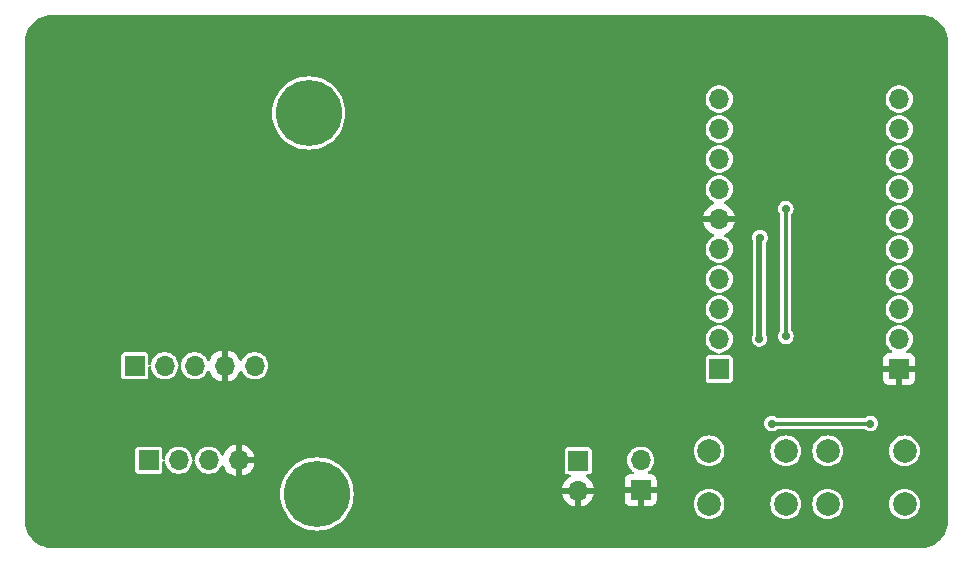
<source format=gbr>
%TF.GenerationSoftware,KiCad,Pcbnew,7.0.7*%
%TF.CreationDate,2023-09-24T09:01:41+02:00*%
%TF.ProjectId,transmitter_v0.1,7472616e-736d-4697-9474-65725f76302e,rev?*%
%TF.SameCoordinates,Original*%
%TF.FileFunction,Copper,L2,Bot*%
%TF.FilePolarity,Positive*%
%FSLAX46Y46*%
G04 Gerber Fmt 4.6, Leading zero omitted, Abs format (unit mm)*
G04 Created by KiCad (PCBNEW 7.0.7) date 2023-09-24 09:01:41*
%MOMM*%
%LPD*%
G01*
G04 APERTURE LIST*
%TA.AperFunction,ConnectorPad*%
%ADD10C,5.600000*%
%TD*%
%TA.AperFunction,ComponentPad*%
%ADD11C,3.600000*%
%TD*%
%TA.AperFunction,ComponentPad*%
%ADD12C,2.000000*%
%TD*%
%TA.AperFunction,ComponentPad*%
%ADD13R,1.700000X1.700000*%
%TD*%
%TA.AperFunction,ComponentPad*%
%ADD14O,1.700000X1.700000*%
%TD*%
%TA.AperFunction,ViaPad*%
%ADD15C,0.800000*%
%TD*%
%TA.AperFunction,ViaPad*%
%ADD16C,0.700000*%
%TD*%
%TA.AperFunction,Conductor*%
%ADD17C,0.500000*%
%TD*%
%TA.AperFunction,Conductor*%
%ADD18C,0.300000*%
%TD*%
G04 APERTURE END LIST*
D10*
%TO.P,H2,1*%
%TO.N,N/C*%
X119000000Y-145000000D03*
D11*
X119000000Y-145000000D03*
%TD*%
D12*
%TO.P,SW2,1,A*%
%TO.N,/BTN2*%
X162250000Y-141350000D03*
X168750000Y-141350000D03*
%TO.P,SW2,2,B*%
%TO.N,+3.3V*%
X162250000Y-145850000D03*
X168750000Y-145850000D03*
%TD*%
D13*
%TO.P,J1,1,Pin_1*%
%TO.N,GND*%
X168300000Y-134420000D03*
D14*
%TO.P,J1,2,Pin_2*%
%TO.N,unconnected-(J1-Pin_2-Pad2)*%
X168300000Y-131880000D03*
%TO.P,J1,3,Pin_3*%
%TO.N,/BTN2*%
X168300000Y-129340000D03*
%TO.P,J1,4,Pin_4*%
%TO.N,/RST*%
X168300000Y-126800000D03*
%TO.P,J1,5,Pin_5*%
%TO.N,/SPI_MISO*%
X168300000Y-124260000D03*
%TO.P,J1,6,Pin_6*%
%TO.N,/SPI_MOSI*%
X168300000Y-121720000D03*
%TO.P,J1,7,Pin_7*%
%TO.N,/NSS*%
X168300000Y-119180000D03*
%TO.P,J1,8,Pin_8*%
%TO.N,/I2C2_SCL*%
X168300000Y-116640000D03*
%TO.P,J1,9,Pin_9*%
%TO.N,/I2C2_SDA*%
X168300000Y-114100000D03*
%TO.P,J1,10,Pin_10*%
%TO.N,/USART1_TX_DEBUG*%
X168300000Y-111560000D03*
%TD*%
D11*
%TO.P,H1,1*%
%TO.N,N/C*%
X118300000Y-112750000D03*
D10*
X118300000Y-112750000D03*
%TD*%
D13*
%TO.P,J3,1,Pin_1*%
%TO.N,unconnected-(J3-Pin_1-Pad1)*%
X103568000Y-134136800D03*
D14*
%TO.P,J3,2,Pin_2*%
%TO.N,/USART2_RX*%
X106108000Y-134136800D03*
%TO.P,J3,3,Pin_3*%
%TO.N,/USART2_TX*%
X108648000Y-134136800D03*
%TO.P,J3,4,Pin_4*%
%TO.N,GND*%
X111188000Y-134136800D03*
%TO.P,J3,5,Pin_5*%
%TO.N,+3.3V*%
X113728000Y-134136800D03*
%TD*%
D12*
%TO.P,SW1,1,A*%
%TO.N,/BTN1*%
X152200000Y-141350000D03*
X158700000Y-141350000D03*
%TO.P,SW1,2,B*%
%TO.N,+3.3V*%
X152200000Y-145850000D03*
X158700000Y-145850000D03*
%TD*%
D13*
%TO.P,J6,1,Pin_1*%
%TO.N,+BATT*%
X141122400Y-142184200D03*
D14*
%TO.P,J6,2,Pin_2*%
%TO.N,GND*%
X141122400Y-144724200D03*
%TD*%
D13*
%TO.P,J4,1,Pin_1*%
%TO.N,/I2C2_SDA*%
X104760000Y-142150000D03*
D14*
%TO.P,J4,2,Pin_2*%
%TO.N,/I2C2_SCL*%
X107300000Y-142150000D03*
%TO.P,J4,3,Pin_3*%
%TO.N,+3.3V*%
X109840000Y-142150000D03*
%TO.P,J4,4,Pin_4*%
%TO.N,GND*%
X112380000Y-142150000D03*
%TD*%
D13*
%TO.P,J2,1,Pin_1*%
%TO.N,/USART2_RX*%
X153060000Y-134420000D03*
D14*
%TO.P,J2,2,Pin_2*%
%TO.N,/USART2_TX*%
X153060000Y-131880000D03*
%TO.P,J2,3,Pin_3*%
%TO.N,/SPI1_SCL*%
X153060000Y-129340000D03*
%TO.P,J2,4,Pin_4*%
%TO.N,/DIO0*%
X153060000Y-126800000D03*
%TO.P,J2,5,Pin_5*%
%TO.N,unconnected-(J2-Pin_5-Pad5)*%
X153060000Y-124260000D03*
%TO.P,J2,6,Pin_6*%
%TO.N,GND*%
X153060000Y-121720000D03*
%TO.P,J2,7,Pin_7*%
%TO.N,+3.3V*%
X153060000Y-119180000D03*
%TO.P,J2,8,Pin_8*%
%TO.N,unconnected-(J2-Pin_8-Pad8)*%
X153060000Y-116640000D03*
%TO.P,J2,9,Pin_9*%
%TO.N,unconnected-(J2-Pin_9-Pad9)*%
X153060000Y-114100000D03*
%TO.P,J2,10,Pin_10*%
%TO.N,/BTN1*%
X153060000Y-111560000D03*
%TD*%
D13*
%TO.P,J5,1,Pin_1*%
%TO.N,GND*%
X146405600Y-144678400D03*
D14*
%TO.P,J5,2,Pin_2*%
%TO.N,/USART1_TX_DEBUG*%
X146405600Y-142138400D03*
%TD*%
D15*
%TO.N,GND*%
X127965200Y-145440400D03*
D16*
X147726400Y-125323600D03*
X126492000Y-111353600D03*
X147523200Y-111353600D03*
X124102700Y-111455200D03*
%TO.N,+3.3V*%
X156464000Y-131876800D03*
X156514800Y-123291600D03*
%TO.N,/BTN1*%
X158700000Y-120850000D03*
X158700000Y-131650000D03*
%TO.N,/USART1_TX_DEBUG*%
X165862000Y-139039600D03*
X157530800Y-139039600D03*
%TD*%
D17*
%TO.N,+3.3V*%
X156464000Y-131876800D02*
X156464000Y-123342400D01*
X156464000Y-123342400D02*
X156514800Y-123291600D01*
D18*
%TO.N,/BTN1*%
X158700000Y-120850000D02*
X158700000Y-131650000D01*
%TO.N,/USART1_TX_DEBUG*%
X165862000Y-139039600D02*
X157530800Y-139039600D01*
%TD*%
%TA.AperFunction,Conductor*%
%TO.N,GND*%
G36*
X170181866Y-104440613D02*
G01*
X170253173Y-104444926D01*
X170446200Y-104456601D01*
X170453634Y-104457505D01*
X170712260Y-104504901D01*
X170719530Y-104506692D01*
X170970561Y-104584916D01*
X170977554Y-104587569D01*
X171115118Y-104649481D01*
X171217330Y-104695483D01*
X171223956Y-104698960D01*
X171448969Y-104834986D01*
X171455136Y-104839243D01*
X171662111Y-105001397D01*
X171667711Y-105006358D01*
X171853640Y-105192287D01*
X171858602Y-105197888D01*
X172020756Y-105404863D01*
X172025013Y-105411030D01*
X172161036Y-105636038D01*
X172164519Y-105642674D01*
X172272430Y-105882445D01*
X172275086Y-105889447D01*
X172314196Y-106014957D01*
X172353305Y-106140463D01*
X172355098Y-106147739D01*
X172402494Y-106406365D01*
X172403398Y-106413804D01*
X172419387Y-106678133D01*
X172419500Y-106681877D01*
X172419500Y-147318122D01*
X172419387Y-147321866D01*
X172403398Y-147586195D01*
X172402494Y-147593634D01*
X172355098Y-147852260D01*
X172353305Y-147859536D01*
X172275088Y-148110547D01*
X172272430Y-148117554D01*
X172164519Y-148357325D01*
X172161036Y-148363961D01*
X172025013Y-148588969D01*
X172020756Y-148595136D01*
X171858602Y-148802111D01*
X171853633Y-148807720D01*
X171667720Y-148993633D01*
X171662111Y-148998602D01*
X171455136Y-149160756D01*
X171448969Y-149165013D01*
X171223961Y-149301036D01*
X171217325Y-149304519D01*
X170977554Y-149412430D01*
X170970547Y-149415088D01*
X170719536Y-149493305D01*
X170712260Y-149495098D01*
X170453634Y-149542494D01*
X170446195Y-149543398D01*
X170181866Y-149559387D01*
X170178122Y-149559500D01*
X96521878Y-149559500D01*
X96518134Y-149559387D01*
X96253804Y-149543398D01*
X96246365Y-149542494D01*
X95987739Y-149495098D01*
X95980463Y-149493305D01*
X95813680Y-149441334D01*
X95729447Y-149415086D01*
X95722445Y-149412430D01*
X95482674Y-149304519D01*
X95476038Y-149301036D01*
X95251030Y-149165013D01*
X95244863Y-149160756D01*
X95037888Y-148998602D01*
X95032287Y-148993640D01*
X94846358Y-148807711D01*
X94841397Y-148802111D01*
X94679243Y-148595136D01*
X94674986Y-148588969D01*
X94538963Y-148363961D01*
X94535480Y-148357325D01*
X94427569Y-148117554D01*
X94424916Y-148110561D01*
X94346692Y-147859530D01*
X94344901Y-147852260D01*
X94297505Y-147593634D01*
X94296601Y-147586195D01*
X94280613Y-147321866D01*
X94280500Y-147318122D01*
X94280500Y-145000000D01*
X115894615Y-145000000D01*
X115914140Y-145347688D01*
X115914142Y-145347700D01*
X115960969Y-145623308D01*
X115972473Y-145691013D01*
X116068879Y-146025644D01*
X116202145Y-146347376D01*
X116370595Y-146652164D01*
X116572112Y-146936176D01*
X116804161Y-147195839D01*
X117063824Y-147427888D01*
X117347836Y-147629405D01*
X117652624Y-147797855D01*
X117974356Y-147931121D01*
X118308987Y-148027527D01*
X118652307Y-148085859D01*
X119000000Y-148105385D01*
X119347693Y-148085859D01*
X119691013Y-148027527D01*
X120025644Y-147931121D01*
X120347376Y-147797855D01*
X120652164Y-147629405D01*
X120936176Y-147427888D01*
X121195839Y-147195839D01*
X121427888Y-146936176D01*
X121629405Y-146652164D01*
X121797855Y-146347376D01*
X121931121Y-146025644D01*
X122027527Y-145691013D01*
X122085859Y-145347693D01*
X122105385Y-145000000D01*
X122103936Y-144974200D01*
X139791764Y-144974200D01*
X139848967Y-145187686D01*
X139848970Y-145187692D01*
X139948799Y-145401778D01*
X140084294Y-145595282D01*
X140251317Y-145762305D01*
X140444821Y-145897800D01*
X140658907Y-145997629D01*
X140658916Y-145997633D01*
X140872400Y-146054834D01*
X140872400Y-145336501D01*
X140892085Y-145269462D01*
X140944889Y-145223707D01*
X141014047Y-145213763D01*
X141086637Y-145224200D01*
X141086638Y-145224200D01*
X141158162Y-145224200D01*
X141158163Y-145224200D01*
X141230753Y-145213763D01*
X141299912Y-145223707D01*
X141352715Y-145269462D01*
X141372400Y-145336501D01*
X141372400Y-146054833D01*
X141585883Y-145997633D01*
X141585892Y-145997629D01*
X141799978Y-145897800D01*
X141993482Y-145762305D01*
X142160505Y-145595282D01*
X142173836Y-145576244D01*
X145055600Y-145576244D01*
X145062001Y-145635772D01*
X145062003Y-145635779D01*
X145112245Y-145770486D01*
X145112249Y-145770493D01*
X145198409Y-145885587D01*
X145198412Y-145885590D01*
X145313506Y-145971750D01*
X145313513Y-145971754D01*
X145448220Y-146021996D01*
X145448227Y-146021998D01*
X145507755Y-146028399D01*
X145507772Y-146028400D01*
X146155600Y-146028400D01*
X146155600Y-145290701D01*
X146175285Y-145223662D01*
X146228089Y-145177907D01*
X146297247Y-145167963D01*
X146369837Y-145178400D01*
X146369838Y-145178400D01*
X146441362Y-145178400D01*
X146441363Y-145178400D01*
X146513953Y-145167963D01*
X146583112Y-145177907D01*
X146635915Y-145223662D01*
X146655600Y-145290701D01*
X146655600Y-146028400D01*
X147303428Y-146028400D01*
X147303444Y-146028399D01*
X147362972Y-146021998D01*
X147362979Y-146021996D01*
X147497686Y-145971754D01*
X147497693Y-145971750D01*
X147612787Y-145885590D01*
X147612790Y-145885587D01*
X147639430Y-145850001D01*
X150894532Y-145850001D01*
X150914364Y-146076686D01*
X150914366Y-146076697D01*
X150973258Y-146296488D01*
X150973261Y-146296497D01*
X151069431Y-146502732D01*
X151069432Y-146502734D01*
X151199954Y-146689141D01*
X151360858Y-146850045D01*
X151360861Y-146850047D01*
X151547266Y-146980568D01*
X151753504Y-147076739D01*
X151973308Y-147135635D01*
X152135230Y-147149801D01*
X152199998Y-147155468D01*
X152200000Y-147155468D01*
X152200002Y-147155468D01*
X152256672Y-147150509D01*
X152426692Y-147135635D01*
X152646496Y-147076739D01*
X152852734Y-146980568D01*
X153039139Y-146850047D01*
X153200047Y-146689139D01*
X153330568Y-146502734D01*
X153426739Y-146296496D01*
X153485635Y-146076692D01*
X153505468Y-145850001D01*
X157394532Y-145850001D01*
X157414364Y-146076686D01*
X157414366Y-146076697D01*
X157473258Y-146296488D01*
X157473261Y-146296497D01*
X157569431Y-146502732D01*
X157569432Y-146502734D01*
X157699954Y-146689141D01*
X157860858Y-146850045D01*
X157860861Y-146850047D01*
X158047266Y-146980568D01*
X158253504Y-147076739D01*
X158473308Y-147135635D01*
X158635230Y-147149801D01*
X158699998Y-147155468D01*
X158700000Y-147155468D01*
X158700002Y-147155468D01*
X158756672Y-147150509D01*
X158926692Y-147135635D01*
X159146496Y-147076739D01*
X159352734Y-146980568D01*
X159539139Y-146850047D01*
X159700047Y-146689139D01*
X159830568Y-146502734D01*
X159926739Y-146296496D01*
X159985635Y-146076692D01*
X160005468Y-145850001D01*
X160944532Y-145850001D01*
X160964364Y-146076686D01*
X160964366Y-146076697D01*
X161023258Y-146296488D01*
X161023261Y-146296497D01*
X161119431Y-146502732D01*
X161119432Y-146502734D01*
X161249954Y-146689141D01*
X161410858Y-146850045D01*
X161410861Y-146850047D01*
X161597266Y-146980568D01*
X161803504Y-147076739D01*
X162023308Y-147135635D01*
X162185230Y-147149801D01*
X162249998Y-147155468D01*
X162250000Y-147155468D01*
X162250002Y-147155468D01*
X162306673Y-147150509D01*
X162476692Y-147135635D01*
X162696496Y-147076739D01*
X162902734Y-146980568D01*
X163089139Y-146850047D01*
X163250047Y-146689139D01*
X163380568Y-146502734D01*
X163476739Y-146296496D01*
X163535635Y-146076692D01*
X163555468Y-145850001D01*
X167444532Y-145850001D01*
X167464364Y-146076686D01*
X167464366Y-146076697D01*
X167523258Y-146296488D01*
X167523261Y-146296497D01*
X167619431Y-146502732D01*
X167619432Y-146502734D01*
X167749954Y-146689141D01*
X167910858Y-146850045D01*
X167910861Y-146850047D01*
X168097266Y-146980568D01*
X168303504Y-147076739D01*
X168523308Y-147135635D01*
X168685230Y-147149801D01*
X168749998Y-147155468D01*
X168750000Y-147155468D01*
X168750002Y-147155468D01*
X168806672Y-147150509D01*
X168976692Y-147135635D01*
X169196496Y-147076739D01*
X169402734Y-146980568D01*
X169589139Y-146850047D01*
X169750047Y-146689139D01*
X169880568Y-146502734D01*
X169976739Y-146296496D01*
X170035635Y-146076692D01*
X170055468Y-145850000D01*
X170035635Y-145623308D01*
X169976739Y-145403504D01*
X169880568Y-145197266D01*
X169750047Y-145010861D01*
X169750045Y-145010858D01*
X169589141Y-144849954D01*
X169402734Y-144719432D01*
X169402732Y-144719431D01*
X169196497Y-144623261D01*
X169196488Y-144623258D01*
X168976697Y-144564366D01*
X168976693Y-144564365D01*
X168976692Y-144564365D01*
X168976691Y-144564364D01*
X168976686Y-144564364D01*
X168750002Y-144544532D01*
X168749998Y-144544532D01*
X168523313Y-144564364D01*
X168523302Y-144564366D01*
X168303511Y-144623258D01*
X168303502Y-144623261D01*
X168097267Y-144719431D01*
X168097265Y-144719432D01*
X167910858Y-144849954D01*
X167749954Y-145010858D01*
X167619432Y-145197265D01*
X167619431Y-145197267D01*
X167523261Y-145403502D01*
X167523258Y-145403511D01*
X167464366Y-145623302D01*
X167464364Y-145623313D01*
X167444532Y-145849998D01*
X167444532Y-145850001D01*
X163555468Y-145850001D01*
X163555468Y-145850000D01*
X163535635Y-145623308D01*
X163476739Y-145403504D01*
X163380568Y-145197266D01*
X163250047Y-145010861D01*
X163250045Y-145010858D01*
X163089141Y-144849954D01*
X162902734Y-144719432D01*
X162902732Y-144719431D01*
X162696497Y-144623261D01*
X162696488Y-144623258D01*
X162476697Y-144564366D01*
X162476693Y-144564365D01*
X162476692Y-144564365D01*
X162476691Y-144564364D01*
X162476686Y-144564364D01*
X162250002Y-144544532D01*
X162249998Y-144544532D01*
X162023313Y-144564364D01*
X162023302Y-144564366D01*
X161803511Y-144623258D01*
X161803502Y-144623261D01*
X161597267Y-144719431D01*
X161597265Y-144719432D01*
X161410858Y-144849954D01*
X161249954Y-145010858D01*
X161119432Y-145197265D01*
X161119431Y-145197267D01*
X161023261Y-145403502D01*
X161023258Y-145403511D01*
X160964366Y-145623302D01*
X160964364Y-145623313D01*
X160944532Y-145849998D01*
X160944532Y-145850001D01*
X160005468Y-145850001D01*
X160005468Y-145850000D01*
X159985635Y-145623308D01*
X159926739Y-145403504D01*
X159830568Y-145197266D01*
X159700047Y-145010861D01*
X159700045Y-145010858D01*
X159539141Y-144849954D01*
X159352734Y-144719432D01*
X159352732Y-144719431D01*
X159146497Y-144623261D01*
X159146488Y-144623258D01*
X158926697Y-144564366D01*
X158926693Y-144564365D01*
X158926692Y-144564365D01*
X158926691Y-144564364D01*
X158926686Y-144564364D01*
X158700002Y-144544532D01*
X158699998Y-144544532D01*
X158473313Y-144564364D01*
X158473302Y-144564366D01*
X158253511Y-144623258D01*
X158253502Y-144623261D01*
X158047267Y-144719431D01*
X158047265Y-144719432D01*
X157860858Y-144849954D01*
X157699954Y-145010858D01*
X157569432Y-145197265D01*
X157569431Y-145197267D01*
X157473261Y-145403502D01*
X157473258Y-145403511D01*
X157414366Y-145623302D01*
X157414364Y-145623313D01*
X157394532Y-145849998D01*
X157394532Y-145850001D01*
X153505468Y-145850001D01*
X153505468Y-145850000D01*
X153485635Y-145623308D01*
X153426739Y-145403504D01*
X153330568Y-145197266D01*
X153200047Y-145010861D01*
X153200045Y-145010858D01*
X153039141Y-144849954D01*
X152852734Y-144719432D01*
X152852732Y-144719431D01*
X152646497Y-144623261D01*
X152646488Y-144623258D01*
X152426697Y-144564366D01*
X152426693Y-144564365D01*
X152426692Y-144564365D01*
X152426691Y-144564364D01*
X152426686Y-144564364D01*
X152200002Y-144544532D01*
X152199998Y-144544532D01*
X151973313Y-144564364D01*
X151973302Y-144564366D01*
X151753511Y-144623258D01*
X151753502Y-144623261D01*
X151547267Y-144719431D01*
X151547265Y-144719432D01*
X151360858Y-144849954D01*
X151199954Y-145010858D01*
X151069432Y-145197265D01*
X151069431Y-145197267D01*
X150973261Y-145403502D01*
X150973258Y-145403511D01*
X150914366Y-145623302D01*
X150914364Y-145623313D01*
X150894532Y-145849998D01*
X150894532Y-145850001D01*
X147639430Y-145850001D01*
X147698950Y-145770493D01*
X147698954Y-145770486D01*
X147749196Y-145635779D01*
X147749198Y-145635772D01*
X147755599Y-145576244D01*
X147755600Y-145576227D01*
X147755600Y-144928400D01*
X147018947Y-144928400D01*
X146951908Y-144908715D01*
X146906153Y-144855911D01*
X146896209Y-144786753D01*
X146899969Y-144769467D01*
X146905600Y-144750288D01*
X146905600Y-144606511D01*
X146899969Y-144587333D01*
X146899970Y-144517464D01*
X146937745Y-144458686D01*
X147001301Y-144429662D01*
X147018947Y-144428400D01*
X147755600Y-144428400D01*
X147755600Y-143780572D01*
X147755599Y-143780555D01*
X147749198Y-143721027D01*
X147749196Y-143721020D01*
X147698954Y-143586313D01*
X147698950Y-143586306D01*
X147612790Y-143471212D01*
X147612787Y-143471209D01*
X147497693Y-143385049D01*
X147497686Y-143385045D01*
X147362979Y-143334803D01*
X147362972Y-143334801D01*
X147303444Y-143328400D01*
X147104966Y-143328400D01*
X147037927Y-143308715D01*
X146992172Y-143255911D01*
X146982228Y-143186753D01*
X147011253Y-143123197D01*
X147039689Y-143098973D01*
X147060049Y-143086366D01*
X147101902Y-143060452D01*
X147259472Y-142916807D01*
X147387966Y-142746655D01*
X147387967Y-142746653D01*
X147483003Y-142555794D01*
X147483003Y-142555793D01*
X147483005Y-142555789D01*
X147541356Y-142350710D01*
X147561029Y-142138400D01*
X147541356Y-141926090D01*
X147483005Y-141721011D01*
X147483003Y-141721006D01*
X147483003Y-141721005D01*
X147387967Y-141530146D01*
X147259472Y-141359993D01*
X147248511Y-141350001D01*
X150894532Y-141350001D01*
X150914364Y-141576686D01*
X150914366Y-141576697D01*
X150973258Y-141796488D01*
X150973261Y-141796497D01*
X151069431Y-142002732D01*
X151069432Y-142002734D01*
X151199954Y-142189141D01*
X151360858Y-142350045D01*
X151390207Y-142370595D01*
X151547266Y-142480568D01*
X151753504Y-142576739D01*
X151973308Y-142635635D01*
X152131866Y-142649507D01*
X152199998Y-142655468D01*
X152200000Y-142655468D01*
X152200002Y-142655468D01*
X152268134Y-142649507D01*
X152426692Y-142635635D01*
X152646496Y-142576739D01*
X152852734Y-142480568D01*
X153039139Y-142350047D01*
X153200047Y-142189139D01*
X153330568Y-142002734D01*
X153426739Y-141796496D01*
X153485635Y-141576692D01*
X153505468Y-141350001D01*
X157394532Y-141350001D01*
X157414364Y-141576686D01*
X157414366Y-141576697D01*
X157473258Y-141796488D01*
X157473261Y-141796497D01*
X157569431Y-142002732D01*
X157569432Y-142002734D01*
X157699954Y-142189141D01*
X157860858Y-142350045D01*
X157890207Y-142370595D01*
X158047266Y-142480568D01*
X158253504Y-142576739D01*
X158473308Y-142635635D01*
X158631866Y-142649507D01*
X158699998Y-142655468D01*
X158700000Y-142655468D01*
X158700002Y-142655468D01*
X158768134Y-142649507D01*
X158926692Y-142635635D01*
X159146496Y-142576739D01*
X159352734Y-142480568D01*
X159539139Y-142350047D01*
X159700047Y-142189139D01*
X159830568Y-142002734D01*
X159926739Y-141796496D01*
X159985635Y-141576692D01*
X160005468Y-141350001D01*
X160944532Y-141350001D01*
X160964364Y-141576686D01*
X160964366Y-141576697D01*
X161023258Y-141796488D01*
X161023261Y-141796497D01*
X161119431Y-142002732D01*
X161119432Y-142002734D01*
X161249954Y-142189141D01*
X161410858Y-142350045D01*
X161440207Y-142370595D01*
X161597266Y-142480568D01*
X161803504Y-142576739D01*
X162023308Y-142635635D01*
X162181866Y-142649507D01*
X162249998Y-142655468D01*
X162250000Y-142655468D01*
X162250002Y-142655468D01*
X162318134Y-142649507D01*
X162476692Y-142635635D01*
X162696496Y-142576739D01*
X162902734Y-142480568D01*
X163089139Y-142350047D01*
X163250047Y-142189139D01*
X163380568Y-142002734D01*
X163476739Y-141796496D01*
X163535635Y-141576692D01*
X163555468Y-141350001D01*
X167444532Y-141350001D01*
X167464364Y-141576686D01*
X167464366Y-141576697D01*
X167523258Y-141796488D01*
X167523261Y-141796497D01*
X167619431Y-142002732D01*
X167619432Y-142002734D01*
X167749954Y-142189141D01*
X167910858Y-142350045D01*
X167940207Y-142370595D01*
X168097266Y-142480568D01*
X168303504Y-142576739D01*
X168523308Y-142635635D01*
X168681866Y-142649507D01*
X168749998Y-142655468D01*
X168750000Y-142655468D01*
X168750002Y-142655468D01*
X168818134Y-142649507D01*
X168976692Y-142635635D01*
X169196496Y-142576739D01*
X169402734Y-142480568D01*
X169589139Y-142350047D01*
X169750047Y-142189139D01*
X169880568Y-142002734D01*
X169976739Y-141796496D01*
X170035635Y-141576692D01*
X170055468Y-141350000D01*
X170050160Y-141289335D01*
X170049249Y-141278920D01*
X170035635Y-141123308D01*
X169976739Y-140903504D01*
X169880568Y-140697266D01*
X169750047Y-140510861D01*
X169750045Y-140510858D01*
X169589141Y-140349954D01*
X169402734Y-140219432D01*
X169402732Y-140219431D01*
X169196497Y-140123261D01*
X169196488Y-140123258D01*
X168976697Y-140064366D01*
X168976693Y-140064365D01*
X168976692Y-140064365D01*
X168976691Y-140064364D01*
X168976686Y-140064364D01*
X168750002Y-140044532D01*
X168749998Y-140044532D01*
X168523313Y-140064364D01*
X168523302Y-140064366D01*
X168303511Y-140123258D01*
X168303502Y-140123261D01*
X168097267Y-140219431D01*
X168097265Y-140219432D01*
X167910858Y-140349954D01*
X167749954Y-140510858D01*
X167619432Y-140697265D01*
X167619431Y-140697267D01*
X167523261Y-140903502D01*
X167523258Y-140903511D01*
X167464366Y-141123302D01*
X167464364Y-141123313D01*
X167444532Y-141349998D01*
X167444532Y-141350001D01*
X163555468Y-141350001D01*
X163555468Y-141350000D01*
X163550160Y-141289335D01*
X163549249Y-141278920D01*
X163535635Y-141123308D01*
X163476739Y-140903504D01*
X163380568Y-140697266D01*
X163250047Y-140510861D01*
X163250045Y-140510858D01*
X163089141Y-140349954D01*
X162902734Y-140219432D01*
X162902732Y-140219431D01*
X162696497Y-140123261D01*
X162696488Y-140123258D01*
X162476697Y-140064366D01*
X162476693Y-140064365D01*
X162476692Y-140064365D01*
X162476691Y-140064364D01*
X162476686Y-140064364D01*
X162250002Y-140044532D01*
X162249998Y-140044532D01*
X162023313Y-140064364D01*
X162023302Y-140064366D01*
X161803511Y-140123258D01*
X161803502Y-140123261D01*
X161597267Y-140219431D01*
X161597265Y-140219432D01*
X161410858Y-140349954D01*
X161249954Y-140510858D01*
X161119432Y-140697265D01*
X161119431Y-140697267D01*
X161023261Y-140903502D01*
X161023258Y-140903511D01*
X160964366Y-141123302D01*
X160964364Y-141123313D01*
X160944532Y-141349998D01*
X160944532Y-141350001D01*
X160005468Y-141350001D01*
X160005468Y-141350000D01*
X160000160Y-141289335D01*
X159999249Y-141278920D01*
X159985635Y-141123308D01*
X159926739Y-140903504D01*
X159830568Y-140697266D01*
X159700047Y-140510861D01*
X159700045Y-140510858D01*
X159539141Y-140349954D01*
X159352734Y-140219432D01*
X159352732Y-140219431D01*
X159146497Y-140123261D01*
X159146488Y-140123258D01*
X158926697Y-140064366D01*
X158926693Y-140064365D01*
X158926692Y-140064365D01*
X158926691Y-140064364D01*
X158926686Y-140064364D01*
X158700002Y-140044532D01*
X158699998Y-140044532D01*
X158473313Y-140064364D01*
X158473302Y-140064366D01*
X158253511Y-140123258D01*
X158253502Y-140123261D01*
X158047267Y-140219431D01*
X158047265Y-140219432D01*
X157860858Y-140349954D01*
X157699954Y-140510858D01*
X157569432Y-140697265D01*
X157569431Y-140697267D01*
X157473261Y-140903502D01*
X157473258Y-140903511D01*
X157414366Y-141123302D01*
X157414364Y-141123313D01*
X157394532Y-141349998D01*
X157394532Y-141350001D01*
X153505468Y-141350001D01*
X153505468Y-141350000D01*
X153500160Y-141289335D01*
X153499249Y-141278920D01*
X153485635Y-141123308D01*
X153426739Y-140903504D01*
X153330568Y-140697266D01*
X153200047Y-140510861D01*
X153200045Y-140510858D01*
X153039141Y-140349954D01*
X152852734Y-140219432D01*
X152852732Y-140219431D01*
X152646497Y-140123261D01*
X152646488Y-140123258D01*
X152426697Y-140064366D01*
X152426693Y-140064365D01*
X152426692Y-140064365D01*
X152426691Y-140064364D01*
X152426686Y-140064364D01*
X152200002Y-140044532D01*
X152199998Y-140044532D01*
X151973313Y-140064364D01*
X151973302Y-140064366D01*
X151753511Y-140123258D01*
X151753502Y-140123261D01*
X151547267Y-140219431D01*
X151547265Y-140219432D01*
X151360858Y-140349954D01*
X151199954Y-140510858D01*
X151069432Y-140697265D01*
X151069431Y-140697267D01*
X150973261Y-140903502D01*
X150973258Y-140903511D01*
X150914366Y-141123302D01*
X150914364Y-141123313D01*
X150894532Y-141349998D01*
X150894532Y-141350001D01*
X147248511Y-141350001D01*
X147181960Y-141289331D01*
X147101902Y-141216348D01*
X146920619Y-141104102D01*
X146920617Y-141104101D01*
X146775267Y-141047793D01*
X146721798Y-141027079D01*
X146512210Y-140987900D01*
X146298990Y-140987900D01*
X146089402Y-141027079D01*
X146089399Y-141027079D01*
X146089399Y-141027080D01*
X145890582Y-141104101D01*
X145890580Y-141104102D01*
X145709299Y-141216347D01*
X145551727Y-141359993D01*
X145423232Y-141530146D01*
X145328196Y-141721005D01*
X145328196Y-141721007D01*
X145269844Y-141926089D01*
X145255604Y-142079772D01*
X145250171Y-142138400D01*
X145269844Y-142350710D01*
X145328006Y-142555126D01*
X145328196Y-142555792D01*
X145328196Y-142555794D01*
X145423232Y-142746653D01*
X145551727Y-142916806D01*
X145551728Y-142916807D01*
X145709298Y-143060452D01*
X145709300Y-143060453D01*
X145709301Y-143060454D01*
X145771511Y-143098973D01*
X145818147Y-143151001D01*
X145829251Y-143219982D01*
X145801298Y-143284017D01*
X145743163Y-143322773D01*
X145706234Y-143328400D01*
X145507755Y-143328400D01*
X145448227Y-143334801D01*
X145448220Y-143334803D01*
X145313513Y-143385045D01*
X145313506Y-143385049D01*
X145198412Y-143471209D01*
X145198409Y-143471212D01*
X145112249Y-143586306D01*
X145112245Y-143586313D01*
X145062003Y-143721020D01*
X145062001Y-143721027D01*
X145055600Y-143780555D01*
X145055600Y-144428400D01*
X145792253Y-144428400D01*
X145859292Y-144448085D01*
X145905047Y-144500889D01*
X145914991Y-144570047D01*
X145911231Y-144587333D01*
X145905600Y-144606511D01*
X145905600Y-144750288D01*
X145911231Y-144769467D01*
X145911230Y-144839336D01*
X145873455Y-144898114D01*
X145809899Y-144927138D01*
X145792253Y-144928400D01*
X145055600Y-144928400D01*
X145055600Y-145576244D01*
X142173836Y-145576244D01*
X142296000Y-145401778D01*
X142395829Y-145187692D01*
X142395832Y-145187686D01*
X142453036Y-144974200D01*
X141735747Y-144974200D01*
X141668708Y-144954515D01*
X141622953Y-144901711D01*
X141613009Y-144832553D01*
X141616769Y-144815267D01*
X141622400Y-144796088D01*
X141622400Y-144652311D01*
X141616769Y-144633133D01*
X141616770Y-144563264D01*
X141654545Y-144504486D01*
X141718101Y-144475462D01*
X141735747Y-144474200D01*
X142453036Y-144474200D01*
X142453035Y-144474199D01*
X142395832Y-144260713D01*
X142395829Y-144260707D01*
X142296000Y-144046622D01*
X142295999Y-144046620D01*
X142160513Y-143853126D01*
X142160508Y-143853120D01*
X141993482Y-143686094D01*
X141813794Y-143560274D01*
X141770169Y-143505696D01*
X141762977Y-143436198D01*
X141794499Y-143373843D01*
X141854729Y-143338430D01*
X141884917Y-143334699D01*
X142017264Y-143334699D01*
X142017279Y-143334697D01*
X142017282Y-143334697D01*
X142042387Y-143331786D01*
X142042388Y-143331785D01*
X142042391Y-143331785D01*
X142145165Y-143286406D01*
X142224606Y-143206965D01*
X142269985Y-143104191D01*
X142272900Y-143079065D01*
X142272899Y-141289336D01*
X142271691Y-141278920D01*
X142269986Y-141264212D01*
X142269985Y-141264210D01*
X142269985Y-141264209D01*
X142224606Y-141161435D01*
X142145165Y-141081994D01*
X142145164Y-141081993D01*
X142042392Y-141036615D01*
X142017265Y-141033700D01*
X140227543Y-141033700D01*
X140227517Y-141033702D01*
X140202412Y-141036613D01*
X140202408Y-141036615D01*
X140099635Y-141081993D01*
X140020194Y-141161434D01*
X139974815Y-141264206D01*
X139974815Y-141264208D01*
X139971900Y-141289331D01*
X139971900Y-143079056D01*
X139971902Y-143079082D01*
X139974813Y-143104187D01*
X139974815Y-143104191D01*
X140020193Y-143206964D01*
X140020194Y-143206965D01*
X140099635Y-143286406D01*
X140202409Y-143331785D01*
X140227535Y-143334700D01*
X140359883Y-143334699D01*
X140426920Y-143354383D01*
X140472675Y-143407187D01*
X140482619Y-143476345D01*
X140453595Y-143539901D01*
X140431005Y-143560274D01*
X140251322Y-143686090D01*
X140251320Y-143686091D01*
X140084291Y-143853120D01*
X140084286Y-143853126D01*
X139948800Y-144046620D01*
X139948799Y-144046622D01*
X139848970Y-144260707D01*
X139848967Y-144260713D01*
X139791764Y-144474199D01*
X139791764Y-144474200D01*
X140509053Y-144474200D01*
X140576092Y-144493885D01*
X140621847Y-144546689D01*
X140631791Y-144615847D01*
X140628031Y-144633133D01*
X140622400Y-144652311D01*
X140622400Y-144796088D01*
X140628031Y-144815267D01*
X140628030Y-144885136D01*
X140590255Y-144943914D01*
X140526699Y-144972938D01*
X140509053Y-144974200D01*
X139791764Y-144974200D01*
X122103936Y-144974200D01*
X122085859Y-144652307D01*
X122027527Y-144308987D01*
X121931121Y-143974356D01*
X121797855Y-143652624D01*
X121629405Y-143347836D01*
X121427888Y-143063824D01*
X121195839Y-142804161D01*
X120936176Y-142572112D01*
X120652164Y-142370595D01*
X120347376Y-142202145D01*
X120325911Y-142193254D01*
X120193482Y-142138400D01*
X120025644Y-142068879D01*
X119765568Y-141993952D01*
X119691017Y-141972474D01*
X119691009Y-141972472D01*
X119347700Y-141914142D01*
X119347688Y-141914140D01*
X119025181Y-141896029D01*
X119000000Y-141894615D01*
X118999999Y-141894615D01*
X118652311Y-141914140D01*
X118652299Y-141914142D01*
X118308990Y-141972472D01*
X118308982Y-141972474D01*
X118008879Y-142058933D01*
X117974356Y-142068879D01*
X117970851Y-142070331D01*
X117652625Y-142202144D01*
X117347835Y-142370595D01*
X117306393Y-142400000D01*
X117063824Y-142572112D01*
X116804161Y-142804161D01*
X116572112Y-143063824D01*
X116543473Y-143104187D01*
X116370595Y-143347835D01*
X116202144Y-143652625D01*
X116068878Y-143974359D01*
X115972474Y-144308982D01*
X115972472Y-144308990D01*
X115914142Y-144652299D01*
X115914140Y-144652311D01*
X115894615Y-145000000D01*
X94280500Y-145000000D01*
X94280500Y-143044856D01*
X103609500Y-143044856D01*
X103609502Y-143044882D01*
X103612413Y-143069987D01*
X103612415Y-143069991D01*
X103657793Y-143172764D01*
X103657794Y-143172765D01*
X103737235Y-143252206D01*
X103840009Y-143297585D01*
X103865135Y-143300500D01*
X105654864Y-143300499D01*
X105654879Y-143300497D01*
X105654882Y-143300497D01*
X105679987Y-143297586D01*
X105679988Y-143297585D01*
X105679991Y-143297585D01*
X105782765Y-143252206D01*
X105862206Y-143172765D01*
X105907585Y-143069991D01*
X105910500Y-143044865D01*
X105910499Y-142306046D01*
X105930183Y-142239009D01*
X105982987Y-142193254D01*
X106052146Y-142183310D01*
X106115702Y-142212335D01*
X106153476Y-142271113D01*
X106157970Y-142294606D01*
X106163108Y-142350047D01*
X106164244Y-142362310D01*
X106219294Y-142555789D01*
X106222596Y-142567392D01*
X106222596Y-142567394D01*
X106317632Y-142758253D01*
X106437367Y-142916806D01*
X106446128Y-142928407D01*
X106603698Y-143072052D01*
X106784981Y-143184298D01*
X106983802Y-143261321D01*
X107193390Y-143300500D01*
X107193392Y-143300500D01*
X107406608Y-143300500D01*
X107406610Y-143300500D01*
X107616198Y-143261321D01*
X107815019Y-143184298D01*
X107996302Y-143072052D01*
X108153872Y-142928407D01*
X108282366Y-142758255D01*
X108288143Y-142746653D01*
X108377403Y-142567394D01*
X108377403Y-142567393D01*
X108377405Y-142567389D01*
X108435756Y-142362310D01*
X108446529Y-142246047D01*
X108472315Y-142181111D01*
X108514622Y-142150804D01*
X108623130Y-142150804D01*
X108659503Y-142171668D01*
X108691693Y-142233681D01*
X108693470Y-142246047D01*
X108704244Y-142362310D01*
X108759294Y-142555789D01*
X108762596Y-142567392D01*
X108762596Y-142567394D01*
X108857632Y-142758253D01*
X108977367Y-142916806D01*
X108986128Y-142928407D01*
X109143698Y-143072052D01*
X109324981Y-143184298D01*
X109523802Y-143261321D01*
X109733390Y-143300500D01*
X109733392Y-143300500D01*
X109946608Y-143300500D01*
X109946610Y-143300500D01*
X110156198Y-143261321D01*
X110355019Y-143184298D01*
X110536302Y-143072052D01*
X110693872Y-142928407D01*
X110822366Y-142758255D01*
X110889325Y-142623781D01*
X110936825Y-142572548D01*
X111004488Y-142555126D01*
X111070828Y-142577051D01*
X111112705Y-142626651D01*
X111206399Y-142827578D01*
X111341894Y-143021082D01*
X111508917Y-143188105D01*
X111702421Y-143323600D01*
X111916507Y-143423429D01*
X111916516Y-143423433D01*
X112130000Y-143480634D01*
X112130000Y-142762301D01*
X112149685Y-142695262D01*
X112202489Y-142649507D01*
X112271647Y-142639563D01*
X112344237Y-142650000D01*
X112344238Y-142650000D01*
X112415762Y-142650000D01*
X112415763Y-142650000D01*
X112488352Y-142639563D01*
X112557510Y-142649507D01*
X112610314Y-142695261D01*
X112629999Y-142762301D01*
X112629999Y-143480634D01*
X112843483Y-143423433D01*
X112843492Y-143423429D01*
X113057578Y-143323600D01*
X113251082Y-143188105D01*
X113418105Y-143021082D01*
X113553600Y-142827578D01*
X113653429Y-142613492D01*
X113653432Y-142613486D01*
X113710636Y-142400000D01*
X112993347Y-142400000D01*
X112926308Y-142380315D01*
X112880553Y-142327511D01*
X112870609Y-142258353D01*
X112874369Y-142241067D01*
X112880000Y-142221888D01*
X112880000Y-142078111D01*
X112874369Y-142058933D01*
X112874370Y-141989064D01*
X112912145Y-141930286D01*
X112975701Y-141901262D01*
X112993347Y-141900000D01*
X113710636Y-141900000D01*
X113710635Y-141899999D01*
X113653432Y-141686513D01*
X113653429Y-141686507D01*
X113553600Y-141472422D01*
X113553599Y-141472420D01*
X113418113Y-141278926D01*
X113418108Y-141278920D01*
X113251082Y-141111894D01*
X113057578Y-140976399D01*
X112843492Y-140876570D01*
X112843486Y-140876567D01*
X112630000Y-140819364D01*
X112629999Y-140819364D01*
X112629999Y-141537698D01*
X112610314Y-141604738D01*
X112557510Y-141650492D01*
X112488353Y-141660436D01*
X112415764Y-141650000D01*
X112415763Y-141650000D01*
X112344237Y-141650000D01*
X112344233Y-141650000D01*
X112271645Y-141660436D01*
X112202487Y-141650492D01*
X112149684Y-141604736D01*
X112130000Y-141537698D01*
X112130000Y-140819364D01*
X112129999Y-140819364D01*
X111916513Y-140876567D01*
X111916507Y-140876570D01*
X111702422Y-140976399D01*
X111702420Y-140976400D01*
X111508926Y-141111886D01*
X111508920Y-141111891D01*
X111341891Y-141278920D01*
X111341886Y-141278926D01*
X111206400Y-141472420D01*
X111206399Y-141472422D01*
X111112705Y-141673348D01*
X111066532Y-141725787D01*
X110999339Y-141744939D01*
X110932457Y-141724723D01*
X110889324Y-141676216D01*
X110822366Y-141541745D01*
X110693872Y-141371593D01*
X110536302Y-141227948D01*
X110355019Y-141115702D01*
X110355017Y-141115701D01*
X110255608Y-141077190D01*
X110156198Y-141038679D01*
X109946610Y-140999500D01*
X109733390Y-140999500D01*
X109523802Y-141038679D01*
X109523799Y-141038679D01*
X109523799Y-141038680D01*
X109324982Y-141115701D01*
X109324980Y-141115702D01*
X109143699Y-141227947D01*
X108986127Y-141371593D01*
X108857632Y-141541746D01*
X108762596Y-141732605D01*
X108762596Y-141732607D01*
X108704244Y-141937689D01*
X108693471Y-142053951D01*
X108667685Y-142118888D01*
X108623130Y-142150804D01*
X108514622Y-142150804D01*
X108516869Y-142149194D01*
X108480497Y-142128331D01*
X108448307Y-142066318D01*
X108446529Y-142053951D01*
X108443175Y-142017759D01*
X108435756Y-141937690D01*
X108377405Y-141732611D01*
X108377403Y-141732606D01*
X108377403Y-141732605D01*
X108282367Y-141541746D01*
X108153872Y-141371593D01*
X108130186Y-141350000D01*
X107996302Y-141227948D01*
X107815019Y-141115702D01*
X107815017Y-141115701D01*
X107715608Y-141077190D01*
X107616198Y-141038679D01*
X107406610Y-140999500D01*
X107193390Y-140999500D01*
X106983802Y-141038679D01*
X106983799Y-141038679D01*
X106983799Y-141038680D01*
X106784982Y-141115701D01*
X106784980Y-141115702D01*
X106603699Y-141227947D01*
X106446127Y-141371593D01*
X106317632Y-141541746D01*
X106222596Y-141732605D01*
X106222596Y-141732607D01*
X106164244Y-141937689D01*
X106157970Y-142005394D01*
X106132183Y-142070331D01*
X106075383Y-142111018D01*
X106005602Y-142114538D01*
X105944995Y-142079772D01*
X105912806Y-142017759D01*
X105910499Y-141993952D01*
X105910499Y-141255143D01*
X105910499Y-141255136D01*
X105910497Y-141255117D01*
X105907586Y-141230012D01*
X105907585Y-141230010D01*
X105907585Y-141230009D01*
X105862206Y-141127235D01*
X105782765Y-141047794D01*
X105762124Y-141038680D01*
X105679992Y-141002415D01*
X105654865Y-140999500D01*
X103865143Y-140999500D01*
X103865117Y-140999502D01*
X103840012Y-141002413D01*
X103840008Y-141002415D01*
X103737235Y-141047793D01*
X103657794Y-141127234D01*
X103612415Y-141230006D01*
X103612415Y-141230008D01*
X103609500Y-141255131D01*
X103609500Y-143044856D01*
X94280500Y-143044856D01*
X94280500Y-139039600D01*
X156875522Y-139039600D01*
X156894562Y-139196418D01*
X156950579Y-139344122D01*
X156950580Y-139344123D01*
X157040317Y-139474130D01*
X157158560Y-139578883D01*
X157158562Y-139578884D01*
X157298434Y-139652296D01*
X157451814Y-139690100D01*
X157451815Y-139690100D01*
X157609785Y-139690100D01*
X157763165Y-139652296D01*
X157763164Y-139652295D01*
X157903040Y-139578883D01*
X157968056Y-139521283D01*
X158031290Y-139491563D01*
X158050283Y-139490100D01*
X165342517Y-139490100D01*
X165409556Y-139509785D01*
X165424741Y-139521282D01*
X165489760Y-139578883D01*
X165489762Y-139578884D01*
X165629634Y-139652296D01*
X165783014Y-139690100D01*
X165783015Y-139690100D01*
X165940985Y-139690100D01*
X166094365Y-139652296D01*
X166094365Y-139652295D01*
X166234240Y-139578883D01*
X166352483Y-139474130D01*
X166442220Y-139344123D01*
X166498237Y-139196418D01*
X166517278Y-139039600D01*
X166498237Y-138882782D01*
X166442220Y-138735077D01*
X166352483Y-138605070D01*
X166234240Y-138500317D01*
X166234238Y-138500316D01*
X166234237Y-138500315D01*
X166094365Y-138426903D01*
X165940986Y-138389100D01*
X165940985Y-138389100D01*
X165783015Y-138389100D01*
X165783014Y-138389100D01*
X165629634Y-138426903D01*
X165489762Y-138500315D01*
X165424744Y-138557916D01*
X165361510Y-138587637D01*
X165342517Y-138589100D01*
X158050283Y-138589100D01*
X157983244Y-138569415D01*
X157968056Y-138557916D01*
X157903040Y-138500317D01*
X157903038Y-138500316D01*
X157903037Y-138500315D01*
X157763165Y-138426903D01*
X157609786Y-138389100D01*
X157609785Y-138389100D01*
X157451815Y-138389100D01*
X157451814Y-138389100D01*
X157298434Y-138426903D01*
X157158562Y-138500315D01*
X157040316Y-138605071D01*
X156950581Y-138735075D01*
X156950580Y-138735076D01*
X156894562Y-138882781D01*
X156875522Y-139039599D01*
X156875522Y-139039600D01*
X94280500Y-139039600D01*
X94280500Y-135031656D01*
X102417500Y-135031656D01*
X102417502Y-135031682D01*
X102420413Y-135056787D01*
X102420415Y-135056791D01*
X102465793Y-135159564D01*
X102465794Y-135159565D01*
X102545235Y-135239006D01*
X102648009Y-135284385D01*
X102673135Y-135287300D01*
X104462864Y-135287299D01*
X104462879Y-135287297D01*
X104462882Y-135287297D01*
X104487987Y-135284386D01*
X104487988Y-135284385D01*
X104487991Y-135284385D01*
X104590765Y-135239006D01*
X104670206Y-135159565D01*
X104715585Y-135056791D01*
X104718500Y-135031665D01*
X104718499Y-134292846D01*
X104738183Y-134225809D01*
X104790987Y-134180054D01*
X104860146Y-134170110D01*
X104923702Y-134199135D01*
X104961476Y-134257913D01*
X104965970Y-134281406D01*
X104972244Y-134349110D01*
X105030596Y-134554192D01*
X105030596Y-134554194D01*
X105125632Y-134745053D01*
X105201073Y-134844952D01*
X105254128Y-134915207D01*
X105411698Y-135058852D01*
X105592981Y-135171098D01*
X105791802Y-135248121D01*
X106001390Y-135287300D01*
X106001392Y-135287300D01*
X106214608Y-135287300D01*
X106214610Y-135287300D01*
X106424198Y-135248121D01*
X106623019Y-135171098D01*
X106804302Y-135058852D01*
X106961872Y-134915207D01*
X107090366Y-134745055D01*
X107090367Y-134745053D01*
X107185403Y-134554194D01*
X107185403Y-134554193D01*
X107185405Y-134554189D01*
X107243756Y-134349110D01*
X107254529Y-134232847D01*
X107280315Y-134167911D01*
X107322622Y-134137604D01*
X107431130Y-134137604D01*
X107467503Y-134158468D01*
X107499693Y-134220481D01*
X107501471Y-134232848D01*
X107512244Y-134349110D01*
X107570596Y-134554192D01*
X107570596Y-134554194D01*
X107665632Y-134745053D01*
X107741073Y-134844952D01*
X107794128Y-134915207D01*
X107951698Y-135058852D01*
X108132981Y-135171098D01*
X108331802Y-135248121D01*
X108541390Y-135287300D01*
X108541392Y-135287300D01*
X108754608Y-135287300D01*
X108754610Y-135287300D01*
X108964198Y-135248121D01*
X109163019Y-135171098D01*
X109344302Y-135058852D01*
X109501872Y-134915207D01*
X109630366Y-134745055D01*
X109697325Y-134610581D01*
X109744825Y-134559348D01*
X109812488Y-134541926D01*
X109878828Y-134563851D01*
X109920705Y-134613451D01*
X110014399Y-134814378D01*
X110149894Y-135007882D01*
X110316917Y-135174905D01*
X110510421Y-135310400D01*
X110724507Y-135410229D01*
X110724516Y-135410233D01*
X110938000Y-135467434D01*
X110938000Y-134749101D01*
X110957685Y-134682062D01*
X111010489Y-134636307D01*
X111079647Y-134626363D01*
X111152237Y-134636800D01*
X111152238Y-134636800D01*
X111223762Y-134636800D01*
X111223763Y-134636800D01*
X111296353Y-134626363D01*
X111365512Y-134636307D01*
X111418315Y-134682062D01*
X111438000Y-134749101D01*
X111438000Y-135467433D01*
X111651483Y-135410233D01*
X111651492Y-135410229D01*
X111865578Y-135310400D01*
X112059082Y-135174905D01*
X112226105Y-135007882D01*
X112361600Y-134814378D01*
X112455294Y-134613451D01*
X112501466Y-134561012D01*
X112568660Y-134541860D01*
X112635541Y-134562076D01*
X112678676Y-134610585D01*
X112745632Y-134745053D01*
X112821073Y-134844952D01*
X112874128Y-134915207D01*
X113031698Y-135058852D01*
X113212981Y-135171098D01*
X113411802Y-135248121D01*
X113621390Y-135287300D01*
X113621392Y-135287300D01*
X113834608Y-135287300D01*
X113834610Y-135287300D01*
X114044198Y-135248121D01*
X114243019Y-135171098D01*
X114424302Y-135058852D01*
X114581872Y-134915207D01*
X114710366Y-134745055D01*
X114710367Y-134745053D01*
X114805403Y-134554194D01*
X114805403Y-134554193D01*
X114805405Y-134554189D01*
X114863756Y-134349110D01*
X114883429Y-134136800D01*
X114863756Y-133924490D01*
X114805405Y-133719411D01*
X114805403Y-133719406D01*
X114805403Y-133719405D01*
X114710367Y-133528546D01*
X114581872Y-133358393D01*
X114548437Y-133327913D01*
X114424302Y-133214748D01*
X114243019Y-133102502D01*
X114243017Y-133102501D01*
X114121121Y-133055279D01*
X114044198Y-133025479D01*
X113834610Y-132986300D01*
X113621390Y-132986300D01*
X113411802Y-133025479D01*
X113411799Y-133025479D01*
X113411799Y-133025480D01*
X113212982Y-133102501D01*
X113212980Y-133102502D01*
X113031699Y-133214747D01*
X112874127Y-133358393D01*
X112745634Y-133528544D01*
X112678676Y-133663015D01*
X112631173Y-133714252D01*
X112563510Y-133731673D01*
X112497170Y-133709747D01*
X112455294Y-133660148D01*
X112361600Y-133459222D01*
X112361599Y-133459220D01*
X112226113Y-133265726D01*
X112226108Y-133265720D01*
X112059082Y-133098694D01*
X111865578Y-132963199D01*
X111651492Y-132863370D01*
X111651486Y-132863367D01*
X111438000Y-132806164D01*
X111438000Y-133524498D01*
X111418315Y-133591537D01*
X111365511Y-133637292D01*
X111296355Y-133647236D01*
X111223766Y-133636800D01*
X111223763Y-133636800D01*
X111152237Y-133636800D01*
X111152233Y-133636800D01*
X111079645Y-133647236D01*
X111010487Y-133637292D01*
X110957684Y-133591536D01*
X110938000Y-133524498D01*
X110938000Y-132806164D01*
X110937999Y-132806164D01*
X110724513Y-132863367D01*
X110724507Y-132863370D01*
X110510422Y-132963199D01*
X110510420Y-132963200D01*
X110316926Y-133098686D01*
X110316920Y-133098691D01*
X110149891Y-133265720D01*
X110149886Y-133265726D01*
X110014400Y-133459220D01*
X110014399Y-133459222D01*
X109920705Y-133660148D01*
X109874532Y-133712587D01*
X109807339Y-133731739D01*
X109740457Y-133711523D01*
X109697323Y-133663015D01*
X109630366Y-133528545D01*
X109627777Y-133525117D01*
X109501872Y-133358393D01*
X109468437Y-133327913D01*
X109344302Y-133214748D01*
X109163019Y-133102502D01*
X109163017Y-133102501D01*
X109041121Y-133055279D01*
X108964198Y-133025479D01*
X108754610Y-132986300D01*
X108541390Y-132986300D01*
X108331802Y-133025479D01*
X108331799Y-133025479D01*
X108331799Y-133025480D01*
X108132982Y-133102501D01*
X108132980Y-133102502D01*
X107951699Y-133214747D01*
X107794127Y-133358393D01*
X107665632Y-133528546D01*
X107570596Y-133719405D01*
X107570596Y-133719407D01*
X107512244Y-133924489D01*
X107501471Y-134040751D01*
X107475685Y-134105688D01*
X107431130Y-134137604D01*
X107322622Y-134137604D01*
X107324869Y-134135994D01*
X107288497Y-134115131D01*
X107256307Y-134053118D01*
X107254529Y-134040751D01*
X107250294Y-133995048D01*
X107243756Y-133924490D01*
X107185405Y-133719411D01*
X107185403Y-133719406D01*
X107185403Y-133719405D01*
X107090367Y-133528546D01*
X106961872Y-133358393D01*
X106928437Y-133327913D01*
X106804302Y-133214748D01*
X106623019Y-133102502D01*
X106623017Y-133102501D01*
X106501121Y-133055279D01*
X106424198Y-133025479D01*
X106214610Y-132986300D01*
X106001390Y-132986300D01*
X105791802Y-133025479D01*
X105791799Y-133025479D01*
X105791799Y-133025480D01*
X105592982Y-133102501D01*
X105592980Y-133102502D01*
X105411699Y-133214747D01*
X105254127Y-133358393D01*
X105125632Y-133528546D01*
X105030596Y-133719405D01*
X105030596Y-133719407D01*
X104972244Y-133924489D01*
X104965970Y-133992194D01*
X104940183Y-134057131D01*
X104883383Y-134097818D01*
X104813602Y-134101338D01*
X104752995Y-134066572D01*
X104720806Y-134004559D01*
X104718499Y-133980752D01*
X104718499Y-133241943D01*
X104718499Y-133241936D01*
X104718497Y-133241917D01*
X104715586Y-133216812D01*
X104715585Y-133216810D01*
X104715585Y-133216809D01*
X104670206Y-133114035D01*
X104590765Y-133034594D01*
X104570124Y-133025480D01*
X104487992Y-132989215D01*
X104462865Y-132986300D01*
X102673143Y-132986300D01*
X102673117Y-132986302D01*
X102648012Y-132989213D01*
X102648008Y-132989215D01*
X102545235Y-133034593D01*
X102465794Y-133114034D01*
X102420415Y-133216806D01*
X102420415Y-133216808D01*
X102417500Y-133241931D01*
X102417500Y-135031656D01*
X94280500Y-135031656D01*
X94280500Y-121970000D01*
X151729364Y-121970000D01*
X151786567Y-122183486D01*
X151786570Y-122183492D01*
X151886399Y-122397578D01*
X152021894Y-122591082D01*
X152188917Y-122758105D01*
X152382421Y-122893600D01*
X152581573Y-122986466D01*
X152634012Y-123032638D01*
X152653164Y-123099832D01*
X152632948Y-123166713D01*
X152579783Y-123212048D01*
X152573968Y-123214472D01*
X152566771Y-123217260D01*
X152544982Y-123225701D01*
X152544980Y-123225702D01*
X152363699Y-123337947D01*
X152206127Y-123481593D01*
X152077632Y-123651746D01*
X151982596Y-123842605D01*
X151982596Y-123842607D01*
X151924244Y-124047689D01*
X151904571Y-124259999D01*
X151904571Y-124260000D01*
X151924244Y-124472310D01*
X151982596Y-124677392D01*
X151982596Y-124677394D01*
X152077632Y-124868253D01*
X152077634Y-124868255D01*
X152206128Y-125038407D01*
X152363698Y-125182052D01*
X152544981Y-125294298D01*
X152743802Y-125371321D01*
X152940613Y-125408111D01*
X153002893Y-125439779D01*
X153038166Y-125500092D01*
X153035232Y-125569900D01*
X152995023Y-125627040D01*
X152940613Y-125651888D01*
X152743802Y-125688679D01*
X152743799Y-125688679D01*
X152743799Y-125688680D01*
X152544982Y-125765701D01*
X152544980Y-125765702D01*
X152363699Y-125877947D01*
X152206127Y-126021593D01*
X152077632Y-126191746D01*
X151982596Y-126382605D01*
X151982596Y-126382607D01*
X151924244Y-126587689D01*
X151904571Y-126799999D01*
X151904571Y-126800000D01*
X151924244Y-127012310D01*
X151982596Y-127217392D01*
X151982596Y-127217394D01*
X152077632Y-127408253D01*
X152077634Y-127408255D01*
X152206128Y-127578407D01*
X152363698Y-127722052D01*
X152544981Y-127834298D01*
X152743802Y-127911321D01*
X152940613Y-127948111D01*
X153002893Y-127979779D01*
X153038166Y-128040092D01*
X153035232Y-128109900D01*
X152995023Y-128167040D01*
X152940613Y-128191888D01*
X152743802Y-128228679D01*
X152743799Y-128228679D01*
X152743799Y-128228680D01*
X152544982Y-128305701D01*
X152544980Y-128305702D01*
X152363699Y-128417947D01*
X152206127Y-128561593D01*
X152077632Y-128731746D01*
X151982596Y-128922605D01*
X151982596Y-128922607D01*
X151924244Y-129127689D01*
X151904571Y-129339999D01*
X151904571Y-129340000D01*
X151924244Y-129552310D01*
X151982596Y-129757392D01*
X151982596Y-129757394D01*
X152077632Y-129948253D01*
X152077634Y-129948255D01*
X152206128Y-130118407D01*
X152363698Y-130262052D01*
X152544981Y-130374298D01*
X152743802Y-130451321D01*
X152940613Y-130488111D01*
X153002893Y-130519779D01*
X153038166Y-130580092D01*
X153035232Y-130649900D01*
X152995023Y-130707040D01*
X152940613Y-130731888D01*
X152743802Y-130768679D01*
X152743799Y-130768679D01*
X152743799Y-130768680D01*
X152544982Y-130845701D01*
X152544980Y-130845702D01*
X152363699Y-130957947D01*
X152206127Y-131101593D01*
X152077632Y-131271746D01*
X151982596Y-131462605D01*
X151982596Y-131462607D01*
X151924244Y-131667689D01*
X151904571Y-131879999D01*
X151904571Y-131880000D01*
X151924244Y-132092310D01*
X151982596Y-132297392D01*
X151982596Y-132297394D01*
X152077632Y-132488253D01*
X152206127Y-132658406D01*
X152206128Y-132658407D01*
X152363698Y-132802052D01*
X152544981Y-132914298D01*
X152743802Y-132991321D01*
X152916544Y-133023612D01*
X152978823Y-133055279D01*
X153014096Y-133115591D01*
X153011162Y-133185400D01*
X152970953Y-133242540D01*
X152906235Y-133268871D01*
X152893757Y-133269500D01*
X152165143Y-133269500D01*
X152165117Y-133269502D01*
X152140012Y-133272413D01*
X152140008Y-133272415D01*
X152037235Y-133317793D01*
X151957794Y-133397234D01*
X151912415Y-133500006D01*
X151912415Y-133500008D01*
X151909500Y-133525131D01*
X151909500Y-135314856D01*
X151909502Y-135314882D01*
X151912413Y-135339987D01*
X151912415Y-135339991D01*
X151957793Y-135442764D01*
X151957794Y-135442765D01*
X152037235Y-135522206D01*
X152140009Y-135567585D01*
X152165135Y-135570500D01*
X153954864Y-135570499D01*
X153954879Y-135570497D01*
X153954882Y-135570497D01*
X153979987Y-135567586D01*
X153979988Y-135567585D01*
X153979991Y-135567585D01*
X154082765Y-135522206D01*
X154162206Y-135442765D01*
X154207585Y-135339991D01*
X154210154Y-135317844D01*
X166950000Y-135317844D01*
X166956401Y-135377372D01*
X166956403Y-135377379D01*
X167006645Y-135512086D01*
X167006649Y-135512093D01*
X167092809Y-135627187D01*
X167092812Y-135627190D01*
X167207906Y-135713350D01*
X167207913Y-135713354D01*
X167342620Y-135763596D01*
X167342627Y-135763598D01*
X167402155Y-135769999D01*
X167402172Y-135770000D01*
X168050000Y-135770000D01*
X168050000Y-135032301D01*
X168069685Y-134965262D01*
X168122489Y-134919507D01*
X168191647Y-134909563D01*
X168264237Y-134920000D01*
X168264238Y-134920000D01*
X168335762Y-134920000D01*
X168335763Y-134920000D01*
X168408353Y-134909563D01*
X168477512Y-134919507D01*
X168530315Y-134965262D01*
X168550000Y-135032301D01*
X168549999Y-135769999D01*
X168550000Y-135770000D01*
X169197828Y-135770000D01*
X169197844Y-135769999D01*
X169257372Y-135763598D01*
X169257379Y-135763596D01*
X169392086Y-135713354D01*
X169392093Y-135713350D01*
X169507187Y-135627190D01*
X169507190Y-135627187D01*
X169593350Y-135512093D01*
X169593354Y-135512086D01*
X169643596Y-135377379D01*
X169643598Y-135377372D01*
X169649999Y-135317844D01*
X169650000Y-135317827D01*
X169650000Y-134670000D01*
X168913347Y-134670000D01*
X168846308Y-134650315D01*
X168800553Y-134597511D01*
X168790609Y-134528353D01*
X168794369Y-134511067D01*
X168800000Y-134491888D01*
X168800000Y-134348111D01*
X168794369Y-134328933D01*
X168794370Y-134259064D01*
X168832145Y-134200286D01*
X168895701Y-134171262D01*
X168913347Y-134170000D01*
X169650000Y-134170000D01*
X169650000Y-133522172D01*
X169649999Y-133522155D01*
X169643598Y-133462627D01*
X169643596Y-133462620D01*
X169593354Y-133327913D01*
X169593350Y-133327906D01*
X169507190Y-133212812D01*
X169507187Y-133212809D01*
X169392093Y-133126649D01*
X169392086Y-133126645D01*
X169257379Y-133076403D01*
X169257372Y-133076401D01*
X169197844Y-133070000D01*
X168999366Y-133070000D01*
X168932327Y-133050315D01*
X168886572Y-132997511D01*
X168876628Y-132928353D01*
X168905653Y-132864797D01*
X168934089Y-132840573D01*
X168954449Y-132827966D01*
X168996302Y-132802052D01*
X169153872Y-132658407D01*
X169282366Y-132488255D01*
X169318303Y-132416083D01*
X169377403Y-132297394D01*
X169377403Y-132297393D01*
X169377405Y-132297389D01*
X169435756Y-132092310D01*
X169455429Y-131880000D01*
X169455132Y-131876800D01*
X169440601Y-131719981D01*
X169435756Y-131667690D01*
X169377405Y-131462611D01*
X169377403Y-131462606D01*
X169377403Y-131462605D01*
X169282367Y-131271746D01*
X169153872Y-131101593D01*
X168996302Y-130957948D01*
X168815019Y-130845702D01*
X168815017Y-130845701D01*
X168715608Y-130807190D01*
X168616198Y-130768679D01*
X168419385Y-130731888D01*
X168357106Y-130700221D01*
X168321833Y-130639908D01*
X168324767Y-130570100D01*
X168364976Y-130512960D01*
X168419384Y-130488111D01*
X168616198Y-130451321D01*
X168815019Y-130374298D01*
X168996302Y-130262052D01*
X169153872Y-130118407D01*
X169282366Y-129948255D01*
X169377405Y-129757389D01*
X169435756Y-129552310D01*
X169455429Y-129340000D01*
X169435756Y-129127690D01*
X169377405Y-128922611D01*
X169377403Y-128922606D01*
X169377403Y-128922605D01*
X169282367Y-128731746D01*
X169153872Y-128561593D01*
X168996302Y-128417948D01*
X168815019Y-128305702D01*
X168815017Y-128305701D01*
X168715608Y-128267190D01*
X168616198Y-128228679D01*
X168419385Y-128191888D01*
X168357106Y-128160221D01*
X168321833Y-128099908D01*
X168324767Y-128030100D01*
X168364976Y-127972960D01*
X168419384Y-127948111D01*
X168616198Y-127911321D01*
X168815019Y-127834298D01*
X168996302Y-127722052D01*
X169153872Y-127578407D01*
X169282366Y-127408255D01*
X169377405Y-127217389D01*
X169435756Y-127012310D01*
X169455429Y-126800000D01*
X169435756Y-126587690D01*
X169377405Y-126382611D01*
X169377403Y-126382606D01*
X169377403Y-126382605D01*
X169282367Y-126191746D01*
X169153872Y-126021593D01*
X168996302Y-125877948D01*
X168815019Y-125765702D01*
X168815017Y-125765701D01*
X168715608Y-125727190D01*
X168616198Y-125688679D01*
X168419385Y-125651888D01*
X168357106Y-125620221D01*
X168321833Y-125559908D01*
X168324767Y-125490100D01*
X168364976Y-125432960D01*
X168419384Y-125408111D01*
X168616198Y-125371321D01*
X168815019Y-125294298D01*
X168996302Y-125182052D01*
X169153872Y-125038407D01*
X169282366Y-124868255D01*
X169377405Y-124677389D01*
X169435756Y-124472310D01*
X169455429Y-124260000D01*
X169435756Y-124047690D01*
X169377405Y-123842611D01*
X169377403Y-123842606D01*
X169377403Y-123842605D01*
X169282367Y-123651746D01*
X169153872Y-123481593D01*
X169117481Y-123448418D01*
X168996302Y-123337948D01*
X168815019Y-123225702D01*
X168815017Y-123225701D01*
X168715608Y-123187190D01*
X168616198Y-123148679D01*
X168419385Y-123111888D01*
X168357106Y-123080221D01*
X168321833Y-123019908D01*
X168324767Y-122950100D01*
X168364976Y-122892960D01*
X168419384Y-122868111D01*
X168616198Y-122831321D01*
X168815019Y-122754298D01*
X168996302Y-122642052D01*
X169153872Y-122498407D01*
X169282366Y-122328255D01*
X169336270Y-122220000D01*
X169377403Y-122137394D01*
X169377403Y-122137393D01*
X169377405Y-122137389D01*
X169435756Y-121932310D01*
X169455429Y-121720000D01*
X169435756Y-121507690D01*
X169377405Y-121302611D01*
X169377403Y-121302606D01*
X169377403Y-121302605D01*
X169282367Y-121111746D01*
X169153872Y-120941593D01*
X168996302Y-120797948D01*
X168815019Y-120685702D01*
X168815017Y-120685701D01*
X168715608Y-120647190D01*
X168616198Y-120608679D01*
X168419385Y-120571888D01*
X168357106Y-120540221D01*
X168321833Y-120479908D01*
X168324767Y-120410100D01*
X168364976Y-120352960D01*
X168419384Y-120328111D01*
X168616198Y-120291321D01*
X168815019Y-120214298D01*
X168996302Y-120102052D01*
X169153872Y-119958407D01*
X169282366Y-119788255D01*
X169377405Y-119597389D01*
X169435756Y-119392310D01*
X169455429Y-119180000D01*
X169435756Y-118967690D01*
X169377405Y-118762611D01*
X169377403Y-118762606D01*
X169377403Y-118762605D01*
X169282367Y-118571746D01*
X169153872Y-118401593D01*
X168996302Y-118257948D01*
X168815019Y-118145702D01*
X168815017Y-118145701D01*
X168715608Y-118107190D01*
X168616198Y-118068679D01*
X168419385Y-118031888D01*
X168357106Y-118000221D01*
X168321833Y-117939908D01*
X168324767Y-117870100D01*
X168364976Y-117812960D01*
X168419384Y-117788111D01*
X168616198Y-117751321D01*
X168815019Y-117674298D01*
X168996302Y-117562052D01*
X169153872Y-117418407D01*
X169282366Y-117248255D01*
X169377405Y-117057389D01*
X169435756Y-116852310D01*
X169455429Y-116640000D01*
X169435756Y-116427690D01*
X169377405Y-116222611D01*
X169377403Y-116222606D01*
X169377403Y-116222605D01*
X169282367Y-116031746D01*
X169153872Y-115861593D01*
X169125641Y-115835857D01*
X168996302Y-115717948D01*
X168815019Y-115605702D01*
X168815017Y-115605701D01*
X168665697Y-115547855D01*
X168616198Y-115528679D01*
X168419385Y-115491888D01*
X168357106Y-115460221D01*
X168321833Y-115399908D01*
X168324767Y-115330100D01*
X168364976Y-115272960D01*
X168419384Y-115248111D01*
X168616198Y-115211321D01*
X168815019Y-115134298D01*
X168996302Y-115022052D01*
X169153872Y-114878407D01*
X169282366Y-114708255D01*
X169377405Y-114517389D01*
X169435756Y-114312310D01*
X169455429Y-114100000D01*
X169435756Y-113887690D01*
X169377405Y-113682611D01*
X169377403Y-113682606D01*
X169377403Y-113682605D01*
X169282367Y-113491746D01*
X169153872Y-113321593D01*
X168996302Y-113177948D01*
X168815019Y-113065702D01*
X168815017Y-113065701D01*
X168715608Y-113027190D01*
X168616198Y-112988679D01*
X168419385Y-112951888D01*
X168357106Y-112920221D01*
X168321833Y-112859908D01*
X168324767Y-112790100D01*
X168364976Y-112732960D01*
X168419384Y-112708111D01*
X168616198Y-112671321D01*
X168815019Y-112594298D01*
X168996302Y-112482052D01*
X169153872Y-112338407D01*
X169282366Y-112168255D01*
X169336773Y-112058990D01*
X169377403Y-111977394D01*
X169377403Y-111977393D01*
X169377405Y-111977389D01*
X169435756Y-111772310D01*
X169455429Y-111560000D01*
X169435756Y-111347690D01*
X169377405Y-111142611D01*
X169377403Y-111142606D01*
X169377403Y-111142605D01*
X169282367Y-110951746D01*
X169153872Y-110781593D01*
X168996302Y-110637948D01*
X168815019Y-110525702D01*
X168815017Y-110525701D01*
X168715608Y-110487190D01*
X168616198Y-110448679D01*
X168406610Y-110409500D01*
X168193390Y-110409500D01*
X167983802Y-110448679D01*
X167983799Y-110448679D01*
X167983799Y-110448680D01*
X167784982Y-110525701D01*
X167784980Y-110525702D01*
X167603699Y-110637947D01*
X167446127Y-110781593D01*
X167317632Y-110951746D01*
X167222596Y-111142605D01*
X167222596Y-111142607D01*
X167164244Y-111347689D01*
X167144571Y-111559999D01*
X167144571Y-111560000D01*
X167164244Y-111772310D01*
X167222596Y-111977392D01*
X167222596Y-111977394D01*
X167317632Y-112168253D01*
X167317634Y-112168255D01*
X167446128Y-112338407D01*
X167603698Y-112482052D01*
X167784981Y-112594298D01*
X167983802Y-112671321D01*
X168180613Y-112708111D01*
X168242893Y-112739779D01*
X168278166Y-112800092D01*
X168275232Y-112869900D01*
X168235023Y-112927040D01*
X168180613Y-112951888D01*
X167983802Y-112988679D01*
X167983799Y-112988679D01*
X167983799Y-112988680D01*
X167784982Y-113065701D01*
X167784980Y-113065702D01*
X167603699Y-113177947D01*
X167446127Y-113321593D01*
X167317632Y-113491746D01*
X167222596Y-113682605D01*
X167222596Y-113682607D01*
X167164244Y-113887689D01*
X167144571Y-114099999D01*
X167144571Y-114100000D01*
X167164244Y-114312310D01*
X167222596Y-114517392D01*
X167222596Y-114517394D01*
X167317632Y-114708253D01*
X167317634Y-114708255D01*
X167446128Y-114878407D01*
X167603698Y-115022052D01*
X167784981Y-115134298D01*
X167983802Y-115211321D01*
X168180613Y-115248111D01*
X168242893Y-115279779D01*
X168278166Y-115340092D01*
X168275232Y-115409900D01*
X168235023Y-115467040D01*
X168180613Y-115491888D01*
X167983802Y-115528679D01*
X167983799Y-115528679D01*
X167983799Y-115528680D01*
X167784982Y-115605701D01*
X167784980Y-115605702D01*
X167603699Y-115717947D01*
X167446127Y-115861593D01*
X167317632Y-116031746D01*
X167222596Y-116222605D01*
X167222596Y-116222607D01*
X167164244Y-116427689D01*
X167144571Y-116639999D01*
X167144571Y-116640000D01*
X167164244Y-116852310D01*
X167222596Y-117057392D01*
X167222596Y-117057394D01*
X167317632Y-117248253D01*
X167317634Y-117248255D01*
X167446128Y-117418407D01*
X167603698Y-117562052D01*
X167784981Y-117674298D01*
X167983802Y-117751321D01*
X168180613Y-117788111D01*
X168242893Y-117819779D01*
X168278166Y-117880092D01*
X168275232Y-117949900D01*
X168235023Y-118007040D01*
X168180613Y-118031888D01*
X167983802Y-118068679D01*
X167983799Y-118068679D01*
X167983799Y-118068680D01*
X167784982Y-118145701D01*
X167784980Y-118145702D01*
X167603699Y-118257947D01*
X167446127Y-118401593D01*
X167317632Y-118571746D01*
X167222596Y-118762605D01*
X167222596Y-118762607D01*
X167164244Y-118967689D01*
X167144571Y-119179999D01*
X167144571Y-119180000D01*
X167164244Y-119392310D01*
X167222596Y-119597392D01*
X167222596Y-119597394D01*
X167317632Y-119788253D01*
X167317634Y-119788255D01*
X167446128Y-119958407D01*
X167603698Y-120102052D01*
X167784981Y-120214298D01*
X167983802Y-120291321D01*
X168180613Y-120328111D01*
X168242893Y-120359779D01*
X168278166Y-120420092D01*
X168275232Y-120489900D01*
X168235023Y-120547040D01*
X168180613Y-120571888D01*
X167983802Y-120608679D01*
X167983799Y-120608679D01*
X167983799Y-120608680D01*
X167784982Y-120685701D01*
X167784980Y-120685702D01*
X167603699Y-120797947D01*
X167446127Y-120941593D01*
X167317632Y-121111746D01*
X167222596Y-121302605D01*
X167222596Y-121302607D01*
X167164244Y-121507689D01*
X167144571Y-121719999D01*
X167144571Y-121720000D01*
X167164244Y-121932310D01*
X167222596Y-122137392D01*
X167222596Y-122137394D01*
X167317632Y-122328253D01*
X167446127Y-122498406D01*
X167446128Y-122498407D01*
X167603698Y-122642052D01*
X167784981Y-122754298D01*
X167983802Y-122831321D01*
X168180613Y-122868111D01*
X168242893Y-122899779D01*
X168278166Y-122960092D01*
X168275232Y-123029900D01*
X168235023Y-123087040D01*
X168180613Y-123111888D01*
X167983802Y-123148679D01*
X167983799Y-123148679D01*
X167983799Y-123148680D01*
X167784982Y-123225701D01*
X167784980Y-123225702D01*
X167603699Y-123337947D01*
X167446127Y-123481593D01*
X167317632Y-123651746D01*
X167222596Y-123842605D01*
X167222596Y-123842607D01*
X167164244Y-124047689D01*
X167144571Y-124259999D01*
X167144571Y-124260000D01*
X167164244Y-124472310D01*
X167222596Y-124677392D01*
X167222596Y-124677394D01*
X167317632Y-124868253D01*
X167317634Y-124868255D01*
X167446128Y-125038407D01*
X167603698Y-125182052D01*
X167784981Y-125294298D01*
X167983802Y-125371321D01*
X168180613Y-125408111D01*
X168242893Y-125439779D01*
X168278166Y-125500092D01*
X168275232Y-125569900D01*
X168235023Y-125627040D01*
X168180613Y-125651888D01*
X167983802Y-125688679D01*
X167983799Y-125688679D01*
X167983799Y-125688680D01*
X167784982Y-125765701D01*
X167784980Y-125765702D01*
X167603699Y-125877947D01*
X167446127Y-126021593D01*
X167317632Y-126191746D01*
X167222596Y-126382605D01*
X167222596Y-126382607D01*
X167164244Y-126587689D01*
X167144571Y-126799999D01*
X167144571Y-126800000D01*
X167164244Y-127012310D01*
X167222596Y-127217392D01*
X167222596Y-127217394D01*
X167317632Y-127408253D01*
X167317634Y-127408255D01*
X167446128Y-127578407D01*
X167603698Y-127722052D01*
X167784981Y-127834298D01*
X167983802Y-127911321D01*
X168180613Y-127948111D01*
X168242893Y-127979779D01*
X168278166Y-128040092D01*
X168275232Y-128109900D01*
X168235023Y-128167040D01*
X168180613Y-128191888D01*
X167983802Y-128228679D01*
X167983799Y-128228679D01*
X167983799Y-128228680D01*
X167784982Y-128305701D01*
X167784980Y-128305702D01*
X167603699Y-128417947D01*
X167446127Y-128561593D01*
X167317632Y-128731746D01*
X167222596Y-128922605D01*
X167222596Y-128922607D01*
X167164244Y-129127689D01*
X167144571Y-129339999D01*
X167144571Y-129340000D01*
X167164244Y-129552310D01*
X167222596Y-129757392D01*
X167222596Y-129757394D01*
X167317632Y-129948253D01*
X167317634Y-129948255D01*
X167446128Y-130118407D01*
X167603698Y-130262052D01*
X167784981Y-130374298D01*
X167983802Y-130451321D01*
X168180613Y-130488111D01*
X168242893Y-130519779D01*
X168278166Y-130580092D01*
X168275232Y-130649900D01*
X168235023Y-130707040D01*
X168180613Y-130731888D01*
X167983802Y-130768679D01*
X167983799Y-130768679D01*
X167983799Y-130768680D01*
X167784982Y-130845701D01*
X167784980Y-130845702D01*
X167603699Y-130957947D01*
X167446127Y-131101593D01*
X167317632Y-131271746D01*
X167222596Y-131462605D01*
X167222596Y-131462607D01*
X167164244Y-131667689D01*
X167144571Y-131879999D01*
X167144571Y-131880000D01*
X167164244Y-132092310D01*
X167222596Y-132297392D01*
X167222596Y-132297394D01*
X167317632Y-132488253D01*
X167446127Y-132658406D01*
X167446128Y-132658407D01*
X167603698Y-132802052D01*
X167603700Y-132802053D01*
X167603701Y-132802054D01*
X167665911Y-132840573D01*
X167712547Y-132892601D01*
X167723651Y-132961582D01*
X167695698Y-133025617D01*
X167637563Y-133064373D01*
X167600634Y-133070000D01*
X167402155Y-133070000D01*
X167342627Y-133076401D01*
X167342620Y-133076403D01*
X167207913Y-133126645D01*
X167207906Y-133126649D01*
X167092812Y-133212809D01*
X167092809Y-133212812D01*
X167006649Y-133327906D01*
X167006645Y-133327913D01*
X166956403Y-133462620D01*
X166956401Y-133462627D01*
X166950000Y-133522155D01*
X166950000Y-134170000D01*
X167686653Y-134170000D01*
X167753692Y-134189685D01*
X167799447Y-134242489D01*
X167809391Y-134311647D01*
X167805631Y-134328933D01*
X167800000Y-134348111D01*
X167800000Y-134491888D01*
X167805631Y-134511067D01*
X167805630Y-134580936D01*
X167767855Y-134639714D01*
X167704299Y-134668738D01*
X167686653Y-134670000D01*
X166950000Y-134670000D01*
X166950000Y-135317844D01*
X154210154Y-135317844D01*
X154210500Y-135314865D01*
X154210499Y-133525136D01*
X154210425Y-133524498D01*
X154207586Y-133500012D01*
X154207585Y-133500010D01*
X154207585Y-133500009D01*
X154162206Y-133397235D01*
X154082765Y-133317794D01*
X154082765Y-133317793D01*
X153979992Y-133272415D01*
X153954868Y-133269500D01*
X153226243Y-133269500D01*
X153159204Y-133249815D01*
X153113449Y-133197011D01*
X153103505Y-133127853D01*
X153132530Y-133064297D01*
X153191308Y-133026523D01*
X153203441Y-133023614D01*
X153376198Y-132991321D01*
X153575019Y-132914298D01*
X153756302Y-132802052D01*
X153913872Y-132658407D01*
X154042366Y-132488255D01*
X154078303Y-132416083D01*
X154137403Y-132297394D01*
X154137403Y-132297393D01*
X154137405Y-132297389D01*
X154195756Y-132092310D01*
X154215429Y-131880000D01*
X154215132Y-131876800D01*
X155808722Y-131876800D01*
X155827762Y-132033618D01*
X155883780Y-132181323D01*
X155973517Y-132311330D01*
X156091760Y-132416083D01*
X156091762Y-132416084D01*
X156231634Y-132489496D01*
X156385014Y-132527300D01*
X156385015Y-132527300D01*
X156542985Y-132527300D01*
X156696365Y-132489496D01*
X156698733Y-132488253D01*
X156836240Y-132416083D01*
X156954483Y-132311330D01*
X157044220Y-132181323D01*
X157100237Y-132033618D01*
X157119278Y-131876800D01*
X157100237Y-131719982D01*
X157073696Y-131650000D01*
X158044722Y-131650000D01*
X158063762Y-131806818D01*
X158091517Y-131880000D01*
X158119780Y-131954523D01*
X158209517Y-132084530D01*
X158327760Y-132189283D01*
X158327762Y-132189284D01*
X158467634Y-132262696D01*
X158621014Y-132300500D01*
X158621015Y-132300500D01*
X158778985Y-132300500D01*
X158932365Y-132262696D01*
X158932364Y-132262696D01*
X159072240Y-132189283D01*
X159190483Y-132084530D01*
X159280220Y-131954523D01*
X159336237Y-131806818D01*
X159355278Y-131650000D01*
X159336237Y-131493182D01*
X159335250Y-131490580D01*
X159314992Y-131437163D01*
X159280220Y-131345477D01*
X159190483Y-131215470D01*
X159190479Y-131215466D01*
X159185509Y-131209856D01*
X159186953Y-131208576D01*
X159155145Y-131157860D01*
X159150500Y-131124240D01*
X159150500Y-121375759D01*
X159170185Y-121308720D01*
X159185846Y-121290444D01*
X159185509Y-121290145D01*
X159190481Y-121284532D01*
X159190481Y-121284531D01*
X159190483Y-121284530D01*
X159280220Y-121154523D01*
X159336237Y-121006818D01*
X159355278Y-120850000D01*
X159336237Y-120693182D01*
X159333400Y-120685702D01*
X159314992Y-120637164D01*
X159280220Y-120545477D01*
X159190483Y-120415470D01*
X159072240Y-120310717D01*
X159072238Y-120310716D01*
X159072237Y-120310715D01*
X158932365Y-120237303D01*
X158778986Y-120199500D01*
X158778985Y-120199500D01*
X158621015Y-120199500D01*
X158621014Y-120199500D01*
X158467634Y-120237303D01*
X158327762Y-120310715D01*
X158209516Y-120415471D01*
X158119781Y-120545475D01*
X158119780Y-120545476D01*
X158063762Y-120693181D01*
X158044722Y-120849999D01*
X158044722Y-120850000D01*
X158063762Y-121006818D01*
X158119780Y-121154523D01*
X158119781Y-121154524D01*
X158209518Y-121284532D01*
X158214491Y-121290145D01*
X158213044Y-121291426D01*
X158244850Y-121342120D01*
X158249500Y-121375759D01*
X158249500Y-131124240D01*
X158229815Y-131191279D01*
X158214153Y-131209556D01*
X158214491Y-131209856D01*
X158209515Y-131215472D01*
X158119781Y-131345475D01*
X158119780Y-131345476D01*
X158063762Y-131493181D01*
X158044722Y-131649999D01*
X158044722Y-131650000D01*
X157073696Y-131650000D01*
X157044220Y-131572277D01*
X157036448Y-131561017D01*
X157014567Y-131494662D01*
X157014500Y-131490580D01*
X157014500Y-123751416D01*
X157034185Y-123684377D01*
X157036450Y-123680976D01*
X157095019Y-123596124D01*
X157095020Y-123596123D01*
X157151037Y-123448418D01*
X157170078Y-123291600D01*
X157162077Y-123225701D01*
X157151037Y-123134781D01*
X157129792Y-123078764D01*
X157095020Y-122987077D01*
X157005283Y-122857070D01*
X156887040Y-122752317D01*
X156887038Y-122752316D01*
X156887037Y-122752315D01*
X156747165Y-122678903D01*
X156593786Y-122641100D01*
X156593785Y-122641100D01*
X156435815Y-122641100D01*
X156435814Y-122641100D01*
X156282434Y-122678903D01*
X156142562Y-122752315D01*
X156024316Y-122857071D01*
X155934581Y-122987075D01*
X155934580Y-122987076D01*
X155878562Y-123134781D01*
X155859522Y-123291599D01*
X155859522Y-123291600D01*
X155878562Y-123448418D01*
X155905442Y-123519292D01*
X155913500Y-123563263D01*
X155913500Y-131490580D01*
X155893815Y-131557619D01*
X155891552Y-131561017D01*
X155883780Y-131572276D01*
X155827762Y-131719981D01*
X155808722Y-131876799D01*
X155808722Y-131876800D01*
X154215132Y-131876800D01*
X154200601Y-131719981D01*
X154195756Y-131667690D01*
X154137405Y-131462611D01*
X154137403Y-131462606D01*
X154137403Y-131462605D01*
X154042367Y-131271746D01*
X153913872Y-131101593D01*
X153756302Y-130957948D01*
X153575019Y-130845702D01*
X153575017Y-130845701D01*
X153475608Y-130807190D01*
X153376198Y-130768679D01*
X153179385Y-130731888D01*
X153117106Y-130700221D01*
X153081833Y-130639908D01*
X153084767Y-130570100D01*
X153124976Y-130512960D01*
X153179384Y-130488111D01*
X153376198Y-130451321D01*
X153575019Y-130374298D01*
X153756302Y-130262052D01*
X153913872Y-130118407D01*
X154042366Y-129948255D01*
X154137405Y-129757389D01*
X154195756Y-129552310D01*
X154215429Y-129340000D01*
X154195756Y-129127690D01*
X154137405Y-128922611D01*
X154137403Y-128922606D01*
X154137403Y-128922605D01*
X154042367Y-128731746D01*
X153913872Y-128561593D01*
X153756302Y-128417948D01*
X153575019Y-128305702D01*
X153575017Y-128305701D01*
X153475608Y-128267190D01*
X153376198Y-128228679D01*
X153179385Y-128191888D01*
X153117106Y-128160221D01*
X153081833Y-128099908D01*
X153084767Y-128030100D01*
X153124976Y-127972960D01*
X153179384Y-127948111D01*
X153376198Y-127911321D01*
X153575019Y-127834298D01*
X153756302Y-127722052D01*
X153913872Y-127578407D01*
X154042366Y-127408255D01*
X154137405Y-127217389D01*
X154195756Y-127012310D01*
X154215429Y-126800000D01*
X154195756Y-126587690D01*
X154137405Y-126382611D01*
X154137403Y-126382606D01*
X154137403Y-126382605D01*
X154042367Y-126191746D01*
X153913872Y-126021593D01*
X153756302Y-125877948D01*
X153575019Y-125765702D01*
X153575017Y-125765701D01*
X153475608Y-125727190D01*
X153376198Y-125688679D01*
X153179385Y-125651888D01*
X153117106Y-125620221D01*
X153081833Y-125559908D01*
X153084767Y-125490100D01*
X153124976Y-125432960D01*
X153179384Y-125408111D01*
X153376198Y-125371321D01*
X153575019Y-125294298D01*
X153756302Y-125182052D01*
X153913872Y-125038407D01*
X154042366Y-124868255D01*
X154137405Y-124677389D01*
X154195756Y-124472310D01*
X154215429Y-124260000D01*
X154195756Y-124047690D01*
X154137405Y-123842611D01*
X154137403Y-123842606D01*
X154137403Y-123842605D01*
X154042367Y-123651746D01*
X153913872Y-123481593D01*
X153877481Y-123448418D01*
X153756302Y-123337948D01*
X153575019Y-123225702D01*
X153575014Y-123225700D01*
X153568129Y-123223032D01*
X153546037Y-123214474D01*
X153490636Y-123171903D01*
X153467045Y-123106136D01*
X153482756Y-123038056D01*
X153532779Y-122989276D01*
X153538426Y-122986466D01*
X153737578Y-122893599D01*
X153931082Y-122758105D01*
X154098105Y-122591082D01*
X154233600Y-122397578D01*
X154333429Y-122183492D01*
X154333432Y-122183486D01*
X154390636Y-121970000D01*
X153673347Y-121970000D01*
X153606308Y-121950315D01*
X153560553Y-121897511D01*
X153550609Y-121828353D01*
X153554369Y-121811067D01*
X153560000Y-121791888D01*
X153560000Y-121648111D01*
X153554369Y-121628933D01*
X153554370Y-121559064D01*
X153592145Y-121500286D01*
X153655701Y-121471262D01*
X153673347Y-121470000D01*
X154390636Y-121470000D01*
X154390635Y-121469999D01*
X154333432Y-121256513D01*
X154333429Y-121256507D01*
X154233600Y-121042422D01*
X154233599Y-121042420D01*
X154098113Y-120848926D01*
X154098108Y-120848920D01*
X153931082Y-120681894D01*
X153737578Y-120546399D01*
X153538426Y-120453533D01*
X153485987Y-120407360D01*
X153466835Y-120340167D01*
X153487051Y-120273286D01*
X153540216Y-120227951D01*
X153546005Y-120225537D01*
X153575019Y-120214298D01*
X153756302Y-120102052D01*
X153913872Y-119958407D01*
X154042366Y-119788255D01*
X154137405Y-119597389D01*
X154195756Y-119392310D01*
X154215429Y-119180000D01*
X154195756Y-118967690D01*
X154137405Y-118762611D01*
X154137403Y-118762606D01*
X154137403Y-118762605D01*
X154042367Y-118571746D01*
X153913872Y-118401593D01*
X153756302Y-118257948D01*
X153575019Y-118145702D01*
X153575017Y-118145701D01*
X153475608Y-118107190D01*
X153376198Y-118068679D01*
X153179385Y-118031888D01*
X153117106Y-118000221D01*
X153081833Y-117939908D01*
X153084767Y-117870100D01*
X153124976Y-117812960D01*
X153179384Y-117788111D01*
X153376198Y-117751321D01*
X153575019Y-117674298D01*
X153756302Y-117562052D01*
X153913872Y-117418407D01*
X154042366Y-117248255D01*
X154137405Y-117057389D01*
X154195756Y-116852310D01*
X154215429Y-116640000D01*
X154195756Y-116427690D01*
X154137405Y-116222611D01*
X154137403Y-116222606D01*
X154137403Y-116222605D01*
X154042367Y-116031746D01*
X153913872Y-115861593D01*
X153885641Y-115835857D01*
X153756302Y-115717948D01*
X153575019Y-115605702D01*
X153575017Y-115605701D01*
X153425697Y-115547855D01*
X153376198Y-115528679D01*
X153179385Y-115491888D01*
X153117106Y-115460221D01*
X153081833Y-115399908D01*
X153084767Y-115330100D01*
X153124976Y-115272960D01*
X153179384Y-115248111D01*
X153376198Y-115211321D01*
X153575019Y-115134298D01*
X153756302Y-115022052D01*
X153913872Y-114878407D01*
X154042366Y-114708255D01*
X154137405Y-114517389D01*
X154195756Y-114312310D01*
X154215429Y-114100000D01*
X154195756Y-113887690D01*
X154137405Y-113682611D01*
X154137403Y-113682606D01*
X154137403Y-113682605D01*
X154042367Y-113491746D01*
X153913872Y-113321593D01*
X153756302Y-113177948D01*
X153575019Y-113065702D01*
X153575017Y-113065701D01*
X153475608Y-113027190D01*
X153376198Y-112988679D01*
X153179385Y-112951888D01*
X153117106Y-112920221D01*
X153081833Y-112859908D01*
X153084767Y-112790100D01*
X153124976Y-112732960D01*
X153179384Y-112708111D01*
X153376198Y-112671321D01*
X153575019Y-112594298D01*
X153756302Y-112482052D01*
X153913872Y-112338407D01*
X154042366Y-112168255D01*
X154096773Y-112058990D01*
X154137403Y-111977394D01*
X154137403Y-111977393D01*
X154137405Y-111977389D01*
X154195756Y-111772310D01*
X154215429Y-111560000D01*
X154195756Y-111347690D01*
X154137405Y-111142611D01*
X154137403Y-111142606D01*
X154137403Y-111142605D01*
X154042367Y-110951746D01*
X153913872Y-110781593D01*
X153756302Y-110637948D01*
X153575019Y-110525702D01*
X153575017Y-110525701D01*
X153475608Y-110487190D01*
X153376198Y-110448679D01*
X153166610Y-110409500D01*
X152953390Y-110409500D01*
X152743802Y-110448679D01*
X152743799Y-110448679D01*
X152743799Y-110448680D01*
X152544982Y-110525701D01*
X152544980Y-110525702D01*
X152363699Y-110637947D01*
X152206127Y-110781593D01*
X152077632Y-110951746D01*
X151982596Y-111142605D01*
X151982596Y-111142607D01*
X151924244Y-111347689D01*
X151904571Y-111559999D01*
X151904571Y-111560000D01*
X151924244Y-111772310D01*
X151982596Y-111977392D01*
X151982596Y-111977394D01*
X152077632Y-112168253D01*
X152077634Y-112168255D01*
X152206128Y-112338407D01*
X152363698Y-112482052D01*
X152544981Y-112594298D01*
X152743802Y-112671321D01*
X152940613Y-112708111D01*
X153002893Y-112739779D01*
X153038166Y-112800092D01*
X153035232Y-112869900D01*
X152995023Y-112927040D01*
X152940613Y-112951888D01*
X152743802Y-112988679D01*
X152743799Y-112988679D01*
X152743799Y-112988680D01*
X152544982Y-113065701D01*
X152544980Y-113065702D01*
X152363699Y-113177947D01*
X152206127Y-113321593D01*
X152077632Y-113491746D01*
X151982596Y-113682605D01*
X151982596Y-113682607D01*
X151924244Y-113887689D01*
X151904571Y-114099999D01*
X151904571Y-114100000D01*
X151924244Y-114312310D01*
X151982596Y-114517392D01*
X151982596Y-114517394D01*
X152077632Y-114708253D01*
X152077634Y-114708255D01*
X152206128Y-114878407D01*
X152363698Y-115022052D01*
X152544981Y-115134298D01*
X152743802Y-115211321D01*
X152940613Y-115248111D01*
X153002893Y-115279779D01*
X153038166Y-115340092D01*
X153035232Y-115409900D01*
X152995023Y-115467040D01*
X152940613Y-115491888D01*
X152743802Y-115528679D01*
X152743799Y-115528679D01*
X152743799Y-115528680D01*
X152544982Y-115605701D01*
X152544980Y-115605702D01*
X152363699Y-115717947D01*
X152206127Y-115861593D01*
X152077632Y-116031746D01*
X151982596Y-116222605D01*
X151982596Y-116222607D01*
X151924244Y-116427689D01*
X151904571Y-116639999D01*
X151904571Y-116640000D01*
X151924244Y-116852310D01*
X151982596Y-117057392D01*
X151982596Y-117057394D01*
X152077632Y-117248253D01*
X152077634Y-117248255D01*
X152206128Y-117418407D01*
X152363698Y-117562052D01*
X152544981Y-117674298D01*
X152743802Y-117751321D01*
X152940613Y-117788111D01*
X153002893Y-117819779D01*
X153038166Y-117880092D01*
X153035232Y-117949900D01*
X152995023Y-118007040D01*
X152940613Y-118031888D01*
X152743802Y-118068679D01*
X152743799Y-118068679D01*
X152743799Y-118068680D01*
X152544982Y-118145701D01*
X152544980Y-118145702D01*
X152363699Y-118257947D01*
X152206127Y-118401593D01*
X152077632Y-118571746D01*
X151982596Y-118762605D01*
X151982596Y-118762607D01*
X151924244Y-118967689D01*
X151904571Y-119179999D01*
X151904571Y-119180000D01*
X151924244Y-119392310D01*
X151982596Y-119597392D01*
X151982596Y-119597394D01*
X152077632Y-119788253D01*
X152077634Y-119788255D01*
X152206128Y-119958407D01*
X152363698Y-120102052D01*
X152544981Y-120214298D01*
X152573961Y-120225525D01*
X152629362Y-120268095D01*
X152652954Y-120333861D01*
X152637244Y-120401942D01*
X152587222Y-120450722D01*
X152581573Y-120453533D01*
X152382422Y-120546399D01*
X152382420Y-120546400D01*
X152188926Y-120681886D01*
X152188920Y-120681891D01*
X152021891Y-120848920D01*
X152021886Y-120848926D01*
X151886400Y-121042420D01*
X151886399Y-121042422D01*
X151786570Y-121256507D01*
X151786567Y-121256513D01*
X151729364Y-121469999D01*
X151729364Y-121470000D01*
X152446653Y-121470000D01*
X152513692Y-121489685D01*
X152559447Y-121542489D01*
X152569391Y-121611647D01*
X152565631Y-121628933D01*
X152560000Y-121648111D01*
X152560000Y-121791888D01*
X152565631Y-121811067D01*
X152565630Y-121880936D01*
X152527855Y-121939714D01*
X152464299Y-121968738D01*
X152446653Y-121970000D01*
X151729364Y-121970000D01*
X94280500Y-121970000D01*
X94280500Y-112750000D01*
X115194615Y-112750000D01*
X115214140Y-113097688D01*
X115214142Y-113097700D01*
X115227776Y-113177947D01*
X115272473Y-113441013D01*
X115368879Y-113775644D01*
X115502145Y-114097376D01*
X115670595Y-114402164D01*
X115872112Y-114686176D01*
X116104161Y-114945839D01*
X116363824Y-115177888D01*
X116647836Y-115379405D01*
X116952624Y-115547855D01*
X117274356Y-115681121D01*
X117608987Y-115777527D01*
X117952307Y-115835859D01*
X118300000Y-115855385D01*
X118647693Y-115835859D01*
X118991013Y-115777527D01*
X119325644Y-115681121D01*
X119647376Y-115547855D01*
X119952164Y-115379405D01*
X120236176Y-115177888D01*
X120495839Y-114945839D01*
X120727888Y-114686176D01*
X120929405Y-114402164D01*
X121097855Y-114097376D01*
X121231121Y-113775644D01*
X121327527Y-113441013D01*
X121385859Y-113097693D01*
X121405385Y-112750000D01*
X121385859Y-112402307D01*
X121327527Y-112058987D01*
X121231121Y-111724356D01*
X121097855Y-111402624D01*
X120929405Y-111097836D01*
X120727888Y-110813824D01*
X120495839Y-110554161D01*
X120236176Y-110322112D01*
X119952164Y-110120595D01*
X119647376Y-109952145D01*
X119325644Y-109818879D01*
X119158328Y-109770675D01*
X118991017Y-109722474D01*
X118991009Y-109722472D01*
X118647700Y-109664142D01*
X118647688Y-109664140D01*
X118300000Y-109644615D01*
X117952311Y-109664140D01*
X117952299Y-109664142D01*
X117608990Y-109722472D01*
X117608982Y-109722474D01*
X117274359Y-109818878D01*
X117274356Y-109818879D01*
X117180124Y-109857911D01*
X116952625Y-109952144D01*
X116647835Y-110120595D01*
X116363823Y-110322113D01*
X116104161Y-110554161D01*
X115872113Y-110813823D01*
X115670595Y-111097835D01*
X115502144Y-111402625D01*
X115368878Y-111724359D01*
X115272474Y-112058982D01*
X115272472Y-112058990D01*
X115214142Y-112402299D01*
X115214140Y-112402311D01*
X115194615Y-112750000D01*
X94280500Y-112750000D01*
X94280500Y-106681877D01*
X94280613Y-106678133D01*
X94296601Y-106413804D01*
X94297505Y-106406365D01*
X94344901Y-106147739D01*
X94346691Y-106140473D01*
X94424918Y-105889432D01*
X94427569Y-105882445D01*
X94441873Y-105850660D01*
X94535486Y-105642662D01*
X94538956Y-105636049D01*
X94674993Y-105411019D01*
X94679236Y-105404872D01*
X94841406Y-105197877D01*
X94846350Y-105192296D01*
X95032296Y-105006350D01*
X95037877Y-105001406D01*
X95244872Y-104839236D01*
X95251019Y-104834993D01*
X95476049Y-104698956D01*
X95482662Y-104695486D01*
X95722443Y-104587569D01*
X95729432Y-104584918D01*
X95980473Y-104506691D01*
X95987739Y-104504901D01*
X96246365Y-104457505D01*
X96253797Y-104456601D01*
X96454717Y-104444448D01*
X96518134Y-104440613D01*
X96521878Y-104440500D01*
X96567595Y-104440500D01*
X170132405Y-104440500D01*
X170178122Y-104440500D01*
X170181866Y-104440613D01*
G37*
%TD.AperFunction*%
%TD*%
M02*

</source>
